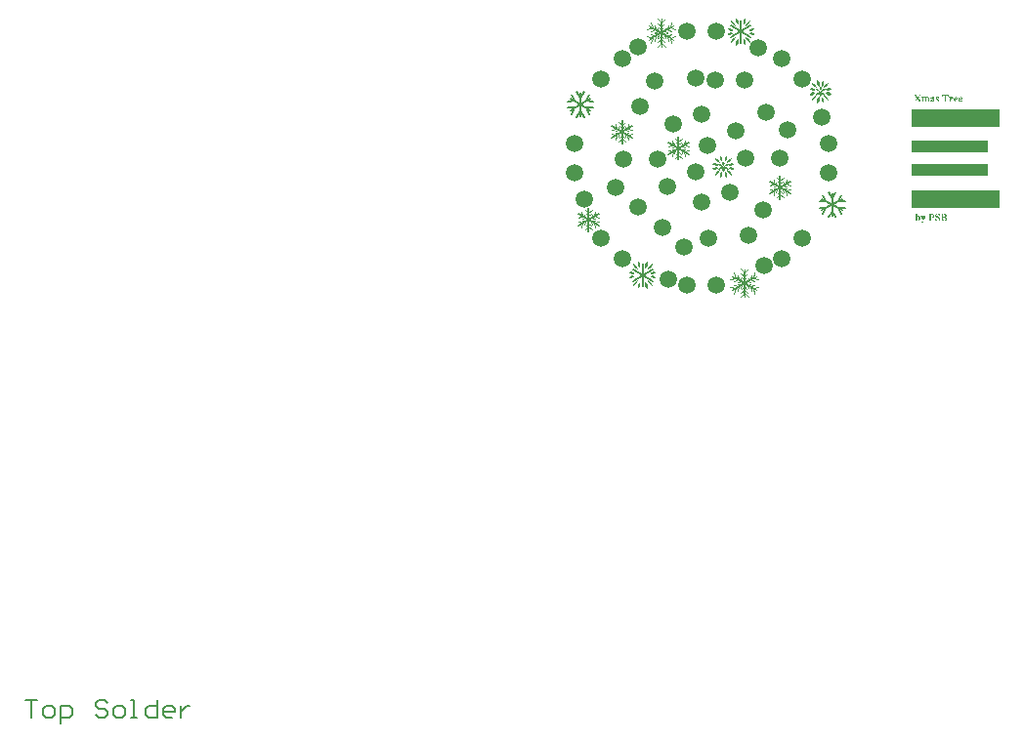
<source format=gts>
G04*
G04 #@! TF.GenerationSoftware,Altium Limited,Altium Designer,20.2.4 (192)*
G04*
G04 Layer_Color=8388736*
%FSLAX44Y44*%
%MOMM*%
G71*
G04*
G04 #@! TF.SameCoordinates,0F43FF0A-D758-409E-903F-A1448CC310CE*
G04*
G04*
G04 #@! TF.FilePolarity,Negative*
G04*
G01*
G75*
%ADD10C,0.2000*%
%ADD12C,0.1500*%
%ADD13C,0.2032*%
%ADD14C,0.1200*%
%ADD15R,6.6224X1.1360*%
%ADD16R,7.6384X1.6440*%
%ADD17C,1.5200*%
%ADD18C,0.1200*%
G36*
X22000Y-1000D02*
X20000Y-3000D01*
Y1000D01*
X22000Y3000D01*
Y-1000D01*
D02*
G37*
G36*
X18000Y1000D02*
Y-3000D01*
X16000Y-1000D01*
Y3000D01*
X18000Y1000D01*
D02*
G37*
G36*
X25428Y-2134D02*
X21964Y-4134D01*
X22696Y-1402D01*
X26160Y598D01*
X25428Y-2134D01*
D02*
G37*
G36*
X15304Y-1402D02*
X16036Y-4134D01*
X12572Y-2134D01*
X11840Y598D01*
X15304Y-1402D01*
D02*
G37*
G36*
X29160Y-4598D02*
X25696Y-6598D01*
X22964Y-5866D01*
X26428Y-3866D01*
X29160Y-4598D01*
D02*
G37*
G36*
X15036Y-5866D02*
X12304Y-6598D01*
X8840Y-4598D01*
X11572Y-3866D01*
X15036Y-5866D01*
D02*
G37*
G36*
X20000Y-4000D02*
X19000Y-7000D01*
X18000Y-4000D01*
X19000Y-2000D01*
X20000Y-4000D01*
D02*
G37*
G36*
X16902Y-4634D02*
X19000Y-7000D01*
X15902Y-6366D01*
X14670Y-4500D01*
X16902Y-4634D01*
D02*
G37*
G36*
X22098Y-6366D02*
X19000Y-7000D01*
X22098Y-7634D01*
X23330Y-9500D01*
X21098Y-9366D01*
X19000Y-7000D01*
X20000Y-10000D01*
X19000Y-12000D01*
X18000Y-10000D01*
X19000Y-7000D01*
X16902Y-9366D01*
X14670Y-9500D01*
X15902Y-7634D01*
X19000Y-7000D01*
X21098Y-4634D01*
X23330Y-4500D01*
X22098Y-6366D01*
D02*
G37*
G36*
X29160Y-9402D02*
X26428Y-10134D01*
X22964Y-8134D01*
X25696Y-7402D01*
X29160Y-9402D01*
D02*
G37*
G36*
X15036Y-8134D02*
X11572Y-10134D01*
X8840Y-9402D01*
X12304Y-7402D01*
X15036Y-8134D01*
D02*
G37*
G36*
X25428Y-11866D02*
X26160Y-14598D01*
X22696Y-12598D01*
X21964Y-9866D01*
X25428Y-11866D01*
D02*
G37*
G36*
X15304Y-12598D02*
X11840Y-14598D01*
X12572Y-11866D01*
X16036Y-9866D01*
X15304Y-12598D01*
D02*
G37*
G36*
X22000Y-13000D02*
Y-17000D01*
X20000Y-15000D01*
Y-11000D01*
X22000Y-13000D01*
D02*
G37*
G36*
X18000Y-15000D02*
X16000Y-17000D01*
Y-13000D01*
X18000Y-11000D01*
Y-15000D01*
D02*
G37*
G36*
X-47000Y-93000D02*
X-49000Y-95000D01*
Y-91000D01*
X-47000Y-89000D01*
Y-93000D01*
D02*
G37*
G36*
X-53000Y-91000D02*
Y-95000D01*
X-55000Y-93000D01*
Y-89000D01*
X-53000Y-91000D01*
D02*
G37*
G36*
X-43340Y-94268D02*
X-46804Y-96268D01*
X-46072Y-93536D01*
X-42608Y-91536D01*
X-43340Y-94268D01*
D02*
G37*
G36*
X-55928Y-93536D02*
X-55196Y-96268D01*
X-58660Y-94268D01*
X-59392Y-91536D01*
X-55928Y-93536D01*
D02*
G37*
G36*
X-38608Y-98464D02*
X-42072Y-100464D01*
X-44804Y-99732D01*
X-41340Y-97732D01*
X-38608Y-98464D01*
D02*
G37*
G36*
X-57196Y-99732D02*
X-59928Y-100464D01*
X-63392Y-98464D01*
X-60660Y-97732D01*
X-57196Y-99732D01*
D02*
G37*
G36*
X-38608Y-103536D02*
X-41340Y-104268D01*
X-44804Y-102268D01*
X-42072Y-101536D01*
X-38608Y-103536D01*
D02*
G37*
G36*
X-57196Y-102268D02*
X-60660Y-104268D01*
X-63392Y-103536D01*
X-59928Y-101536D01*
X-57196Y-102268D01*
D02*
G37*
G36*
X-43340Y-107732D02*
X-42608Y-110464D01*
X-46072Y-108464D01*
X-46804Y-105732D01*
X-43340Y-107732D01*
D02*
G37*
G36*
X-55928Y-108464D02*
X-59392Y-110464D01*
X-58660Y-107732D01*
X-55196Y-105732D01*
X-55928Y-108464D01*
D02*
G37*
G36*
X-47000Y-109000D02*
Y-113000D01*
X-49000Y-111000D01*
Y-107000D01*
X-47000Y-109000D01*
D02*
G37*
G36*
X-53000Y-111000D02*
X-55000Y-113000D01*
Y-109000D01*
X-53000Y-107000D01*
Y-111000D01*
D02*
G37*
G36*
X38000Y118000D02*
X36000Y116000D01*
Y120000D01*
X38000Y122000D01*
Y118000D01*
D02*
G37*
G36*
X32000Y120000D02*
Y116000D01*
X30000Y118000D01*
Y122000D01*
X32000Y120000D01*
D02*
G37*
G36*
X41660Y116732D02*
X38196Y114732D01*
X38928Y117464D01*
X42392Y119464D01*
X41660Y116732D01*
D02*
G37*
G36*
X29072Y117464D02*
X29804Y114732D01*
X26340Y116732D01*
X25608Y119464D01*
X29072Y117464D01*
D02*
G37*
G36*
X46392Y112536D02*
X42928Y110536D01*
X40196Y111268D01*
X43660Y113268D01*
X46392Y112536D01*
D02*
G37*
G36*
X27804Y111268D02*
X25072Y110536D01*
X21608Y112536D01*
X24340Y113268D01*
X27804Y111268D01*
D02*
G37*
G36*
X46392Y107464D02*
X43660Y106732D01*
X40196Y108732D01*
X42928Y109464D01*
X46392Y107464D01*
D02*
G37*
G36*
X27804Y108732D02*
X24340Y106732D01*
X21608Y107464D01*
X25072Y109464D01*
X27804Y108732D01*
D02*
G37*
G36*
X41660Y103268D02*
X42392Y100536D01*
X38928Y102536D01*
X38196Y105268D01*
X41660Y103268D01*
D02*
G37*
G36*
X29072Y102536D02*
X25608Y100536D01*
X26340Y103268D01*
X29804Y105268D01*
X29072Y102536D01*
D02*
G37*
G36*
X38000Y102000D02*
Y98000D01*
X36000Y100000D01*
Y104000D01*
X38000Y102000D01*
D02*
G37*
G36*
X32000Y100000D02*
X30000Y98000D01*
Y102000D01*
X32000Y104000D01*
Y100000D01*
D02*
G37*
G36*
X106000Y64000D02*
X104000Y62000D01*
Y66000D01*
X106000Y68000D01*
Y64000D01*
D02*
G37*
G36*
X102000Y66000D02*
Y62000D01*
X100000Y64000D01*
Y68000D01*
X102000Y66000D01*
D02*
G37*
G36*
X109428Y62866D02*
X105964Y60866D01*
X106696Y63598D01*
X110160Y65598D01*
X109428Y62866D01*
D02*
G37*
G36*
X99304Y63598D02*
X100036Y60866D01*
X96572Y62866D01*
X95840Y65598D01*
X99304Y63598D01*
D02*
G37*
G36*
X113160Y60402D02*
X109696Y58402D01*
X106964Y59134D01*
X110428Y61134D01*
X113160Y60402D01*
D02*
G37*
G36*
X99036Y59134D02*
X96304Y58402D01*
X92840Y60402D01*
X95572Y61134D01*
X99036Y59134D01*
D02*
G37*
G36*
X104000Y61000D02*
X103000Y58000D01*
X102000Y61000D01*
X103000Y63000D01*
X104000Y61000D01*
D02*
G37*
G36*
X100902Y60366D02*
X103000Y58000D01*
X99902Y58634D01*
X98670Y60500D01*
X100902Y60366D01*
D02*
G37*
G36*
X106098Y58634D02*
X103000Y58000D01*
X106098Y57366D01*
X107330Y55500D01*
X105098Y55634D01*
X103000Y58000D01*
X104000Y55000D01*
X103000Y53000D01*
X102000Y55000D01*
X103000Y58000D01*
X100902Y55634D01*
X98670Y55500D01*
X99902Y57366D01*
X103000Y58000D01*
X105098Y60366D01*
X107330Y60500D01*
X106098Y58634D01*
D02*
G37*
G36*
X113160Y55598D02*
X110428Y54866D01*
X106964Y56866D01*
X109696Y57598D01*
X113160Y55598D01*
D02*
G37*
G36*
X99036Y56866D02*
X95572Y54866D01*
X92840Y55598D01*
X96304Y57598D01*
X99036Y56866D01*
D02*
G37*
G36*
X109428Y53134D02*
X110160Y50402D01*
X106696Y52402D01*
X105964Y55134D01*
X109428Y53134D01*
D02*
G37*
G36*
X99304Y52402D02*
X95840Y50402D01*
X96572Y53134D01*
X100036Y55134D01*
X99304Y52402D01*
D02*
G37*
G36*
X106000Y52000D02*
Y48000D01*
X104000Y50000D01*
Y54000D01*
X106000Y52000D01*
D02*
G37*
G36*
X102000Y50000D02*
X100000Y48000D01*
Y52000D01*
X102000Y54000D01*
Y50000D01*
D02*
G37*
G36*
X213909Y53475D02*
X213752D01*
Y53484D01*
X213743Y53503D01*
X213734Y53530D01*
X213725Y53567D01*
X213697Y53660D01*
X213660Y53780D01*
X213604Y53909D01*
X213558Y54048D01*
X213493Y54168D01*
X213429Y54270D01*
X213419Y54279D01*
X213401Y54316D01*
X213364Y54353D01*
X213309Y54418D01*
X213244Y54473D01*
X213161Y54547D01*
X213068Y54612D01*
X212966Y54668D01*
X212957D01*
X212939Y54677D01*
X212892Y54695D01*
X212828Y54714D01*
X212754Y54723D01*
X212652Y54742D01*
X212532Y54751D01*
X211940D01*
Y50137D01*
Y50128D01*
Y50119D01*
Y50063D01*
Y49989D01*
X211949Y49888D01*
Y49795D01*
X211959Y49693D01*
X211968Y49610D01*
X211986Y49555D01*
Y49545D01*
X211996Y49536D01*
X212033Y49490D01*
X212088Y49425D01*
X212134Y49398D01*
X212181Y49361D01*
X212190D01*
X212208Y49351D01*
X212245Y49333D01*
X212282Y49324D01*
X212347Y49305D01*
X212412Y49287D01*
X212486Y49277D01*
X212782D01*
Y49120D01*
X209666D01*
Y49277D01*
X209906D01*
X209952Y49287D01*
X210008D01*
X210147Y49314D01*
X210211Y49342D01*
X210276Y49370D01*
X210285D01*
X210294Y49379D01*
X210341Y49416D01*
X210396Y49481D01*
X210452Y49573D01*
Y49583D01*
X210461Y49601D01*
X210470Y49629D01*
X210479Y49684D01*
X210489Y49758D01*
X210498Y49860D01*
X210507Y49980D01*
Y50137D01*
Y54751D01*
X209971D01*
X209869Y54742D01*
X209730Y54723D01*
X209592Y54686D01*
X209444Y54640D01*
X209305Y54575D01*
X209194Y54492D01*
X209176Y54473D01*
X209130Y54427D01*
X209065Y54344D01*
X208991Y54233D01*
X208908Y54085D01*
X208824Y53909D01*
X208760Y53706D01*
X208713Y53475D01*
X208547D01*
Y55093D01*
X213909D01*
Y53475D01*
D02*
G37*
G36*
X190204Y54936D02*
X190158D01*
X190111Y54926D01*
X190056D01*
X189917Y54899D01*
X189853Y54880D01*
X189788Y54862D01*
X189778D01*
X189760Y54852D01*
X189732Y54834D01*
X189686Y54816D01*
X189575Y54742D01*
X189510Y54695D01*
X189446Y54640D01*
X189436Y54631D01*
X189418Y54612D01*
X189390Y54575D01*
X189335Y54520D01*
X189261Y54436D01*
X189159Y54316D01*
X189104Y54251D01*
X189039Y54168D01*
X188965Y54085D01*
X188882Y53983D01*
X187754Y52624D01*
X189399Y50183D01*
X189409Y50174D01*
X189418Y50156D01*
X189436Y50128D01*
X189464Y50082D01*
X189538Y49980D01*
X189621Y49860D01*
X189723Y49730D01*
X189816Y49601D01*
X189908Y49499D01*
X189945Y49453D01*
X189982Y49425D01*
X189991Y49416D01*
X190010Y49407D01*
X190047Y49379D01*
X190102Y49361D01*
X190158Y49333D01*
X190231Y49305D01*
X190315Y49287D01*
X190398Y49277D01*
Y49120D01*
X187476D01*
Y49277D01*
X187532D01*
X187596Y49287D01*
X187661Y49296D01*
X187745Y49314D01*
X187818Y49333D01*
X187883Y49351D01*
X187929Y49379D01*
X187939D01*
X187948Y49398D01*
X187985Y49434D01*
X188013Y49499D01*
X188031Y49536D01*
Y49573D01*
Y49592D01*
Y49619D01*
X188013Y49666D01*
X187994Y49712D01*
Y49721D01*
X187985Y49740D01*
X187966Y49777D01*
X187939Y49823D01*
X187892Y49897D01*
X187846Y49980D01*
X187772Y50091D01*
X187689Y50211D01*
X186820Y51496D01*
X185905Y50387D01*
Y50378D01*
X185886Y50368D01*
X185868Y50341D01*
X185840Y50304D01*
X185775Y50220D01*
X185701Y50110D01*
X185627Y49998D01*
X185562Y49878D01*
X185516Y49777D01*
X185507Y49730D01*
X185498Y49693D01*
Y49684D01*
Y49675D01*
X185507Y49619D01*
X185544Y49545D01*
X185562Y49509D01*
X185599Y49462D01*
X185609D01*
X185618Y49444D01*
X185646Y49425D01*
X185683Y49398D01*
X185729Y49370D01*
X185775Y49342D01*
X185914Y49296D01*
X185932D01*
X185960Y49287D01*
X186043D01*
X186117Y49277D01*
X186293D01*
Y49120D01*
X184000D01*
Y49277D01*
X184018D01*
X184065Y49287D01*
X184139Y49305D01*
X184231Y49324D01*
X184324Y49351D01*
X184425Y49388D01*
X184527Y49434D01*
X184619Y49490D01*
X184638Y49499D01*
X184675Y49536D01*
X184740Y49592D01*
X184832Y49675D01*
X184952Y49786D01*
X185091Y49934D01*
X185174Y50017D01*
X185257Y50110D01*
X185350Y50220D01*
X185442Y50331D01*
X186626Y51774D01*
X185110Y54011D01*
Y54020D01*
X185091Y54039D01*
X185072Y54067D01*
X185054Y54104D01*
X184989Y54187D01*
X184915Y54298D01*
X184841Y54409D01*
X184767Y54510D01*
X184712Y54584D01*
X184693Y54612D01*
X184684Y54631D01*
X184675Y54640D01*
X184666Y54658D01*
X184610Y54714D01*
X184536Y54778D01*
X184444Y54834D01*
X184435D01*
X184425Y54843D01*
X184398Y54852D01*
X184361Y54871D01*
X184314Y54889D01*
X184268Y54908D01*
X184129Y54936D01*
Y55093D01*
X187088D01*
Y54936D01*
X186857D01*
X186801Y54926D01*
X186691Y54899D01*
X186635Y54880D01*
X186589Y54852D01*
X186570Y54834D01*
X186542Y54797D01*
X186506Y54732D01*
X186496Y54686D01*
X186487Y54640D01*
Y54621D01*
Y54584D01*
X186496Y54529D01*
X186515Y54473D01*
X186820Y54011D01*
X187569Y52902D01*
X188188Y53660D01*
X188197Y53669D01*
X188207Y53688D01*
X188235Y53715D01*
X188262Y53752D01*
X188336Y53863D01*
X188429Y53983D01*
X188521Y54122D01*
X188595Y54261D01*
X188650Y54390D01*
X188660Y54446D01*
X188669Y54492D01*
Y54501D01*
Y54510D01*
X188660Y54566D01*
X188641Y54640D01*
X188595Y54714D01*
Y54723D01*
X188586Y54732D01*
X188549Y54769D01*
X188484Y54825D01*
X188401Y54871D01*
X188392D01*
X188382Y54880D01*
X188345Y54889D01*
X188308Y54908D01*
X188253Y54917D01*
X188188Y54926D01*
X188105Y54936D01*
X188013D01*
Y55093D01*
X190204D01*
Y54936D01*
D02*
G37*
G36*
X196287Y53345D02*
X196380Y53327D01*
X196491Y53309D01*
X196602Y53271D01*
X196713Y53216D01*
X196814Y53151D01*
X196824Y53142D01*
X196861Y53114D01*
X196898Y53077D01*
X196953Y53013D01*
X197018Y52948D01*
X197073Y52855D01*
X197129Y52763D01*
X197166Y52652D01*
X197175Y52643D01*
X197184Y52597D01*
X197203Y52523D01*
X197221Y52421D01*
X197240Y52291D01*
X197249Y52125D01*
X197267Y51931D01*
Y51700D01*
Y50017D01*
Y50008D01*
Y49998D01*
Y49943D01*
X197277Y49860D01*
Y49758D01*
X197286Y49656D01*
X197304Y49564D01*
X197323Y49481D01*
X197351Y49416D01*
X197360D01*
X197369Y49398D01*
X197397Y49379D01*
X197434Y49361D01*
X197480Y49333D01*
X197545Y49314D01*
X197619Y49296D01*
X197711Y49277D01*
Y49120D01*
X195585D01*
Y49277D01*
X195594D01*
X195622Y49287D01*
X195668Y49296D01*
X195723Y49305D01*
X195788Y49333D01*
X195844Y49361D01*
X195908Y49407D01*
X195954Y49462D01*
Y49472D01*
X195964Y49490D01*
X195982Y49527D01*
X196001Y49573D01*
X196010Y49647D01*
X196028Y49749D01*
X196038Y49869D01*
Y50017D01*
Y51783D01*
Y51792D01*
Y51811D01*
Y51838D01*
Y51875D01*
Y51968D01*
X196028Y52079D01*
Y52190D01*
X196019Y52310D01*
X196010Y52402D01*
X196001Y52449D01*
X195991Y52476D01*
Y52486D01*
X195982Y52504D01*
X195964Y52569D01*
X195918Y52643D01*
X195853Y52708D01*
X195834Y52717D01*
X195788Y52744D01*
X195723Y52772D01*
X195631Y52782D01*
X195603D01*
X195566Y52772D01*
X195511Y52763D01*
X195455Y52744D01*
X195391Y52726D01*
X195326Y52689D01*
X195252Y52643D01*
X195243Y52634D01*
X195215Y52615D01*
X195178Y52587D01*
X195132Y52541D01*
X195067Y52476D01*
X195002Y52412D01*
X194928Y52328D01*
X194854Y52227D01*
Y50017D01*
Y50008D01*
Y49998D01*
Y49943D01*
Y49869D01*
X194864Y49777D01*
X194873Y49684D01*
X194882Y49592D01*
X194900Y49509D01*
X194928Y49453D01*
X194937Y49444D01*
X194947Y49425D01*
X194974Y49398D01*
X195012Y49370D01*
X195067Y49333D01*
X195132Y49305D01*
X195215Y49287D01*
X195317Y49277D01*
Y49120D01*
X193190D01*
Y49277D01*
X193255D01*
X193292Y49287D01*
X193375Y49305D01*
X193458Y49351D01*
X193468D01*
X193477Y49370D01*
X193514Y49407D01*
X193560Y49462D01*
X193588Y49536D01*
Y49545D01*
X193597Y49564D01*
Y49592D01*
X193606Y49638D01*
X193615Y49703D01*
Y49786D01*
X193625Y49888D01*
Y50017D01*
Y51783D01*
Y51792D01*
Y51811D01*
Y51838D01*
Y51875D01*
Y51968D01*
X193615Y52079D01*
Y52199D01*
X193606Y52310D01*
X193597Y52412D01*
X193588Y52449D01*
X193578Y52476D01*
Y52486D01*
X193569Y52504D01*
X193551Y52560D01*
X193505Y52624D01*
X193431Y52698D01*
X193412Y52708D01*
X193366Y52744D01*
X193292Y52772D01*
X193209Y52782D01*
X193144D01*
X193107Y52772D01*
X193005Y52744D01*
X192894Y52689D01*
X192885Y52680D01*
X192857Y52661D01*
X192811Y52624D01*
X192756Y52578D01*
X192691Y52513D01*
X192617Y52439D01*
X192534Y52338D01*
X192451Y52227D01*
Y50017D01*
Y50008D01*
Y49998D01*
Y49943D01*
X192460Y49869D01*
Y49777D01*
X192469Y49684D01*
X192487Y49583D01*
X192506Y49499D01*
X192534Y49434D01*
X192543Y49425D01*
X192552Y49416D01*
X192580Y49388D01*
X192617Y49361D01*
X192663Y49333D01*
X192728Y49314D01*
X192802Y49287D01*
X192894Y49277D01*
Y49120D01*
X190777D01*
Y49277D01*
X190786D01*
X190823Y49287D01*
X190870Y49296D01*
X190925Y49305D01*
X190980Y49324D01*
X191045Y49351D01*
X191101Y49398D01*
X191147Y49444D01*
Y49453D01*
X191156Y49462D01*
X191175Y49499D01*
X191184Y49555D01*
X191202Y49629D01*
X191212Y49721D01*
X191221Y49851D01*
Y50017D01*
Y52338D01*
Y52347D01*
Y52356D01*
Y52412D01*
Y52495D01*
X191212Y52587D01*
X191202Y52689D01*
X191184Y52782D01*
X191165Y52865D01*
X191138Y52920D01*
Y52929D01*
X191119Y52939D01*
X191101Y52957D01*
X191064Y52985D01*
X191017Y53013D01*
X190953Y53040D01*
X190870Y53059D01*
X190777Y53077D01*
Y53235D01*
X192451D01*
Y52689D01*
X192469Y52708D01*
X192506Y52754D01*
X192571Y52818D01*
X192654Y52892D01*
X192756Y52976D01*
X192857Y53068D01*
X192968Y53142D01*
X193079Y53207D01*
X193088Y53216D01*
X193125Y53235D01*
X193190Y53253D01*
X193264Y53281D01*
X193356Y53309D01*
X193468Y53336D01*
X193578Y53345D01*
X193708Y53355D01*
X193773D01*
X193847Y53345D01*
X193939Y53336D01*
X194050Y53309D01*
X194161Y53281D01*
X194272Y53235D01*
X194374Y53170D01*
X194383Y53161D01*
X194420Y53133D01*
X194466Y53096D01*
X194522Y53031D01*
X194595Y52948D01*
X194660Y52855D01*
X194725Y52735D01*
X194780Y52606D01*
Y52615D01*
X194799Y52624D01*
X194845Y52670D01*
X194910Y52744D01*
X195002Y52828D01*
X195104Y52920D01*
X195224Y53013D01*
X195344Y53105D01*
X195464Y53179D01*
X195483Y53188D01*
X195520Y53207D01*
X195585Y53235D01*
X195668Y53271D01*
X195770Y53299D01*
X195890Y53327D01*
X196010Y53345D01*
X196140Y53355D01*
X196213D01*
X196287Y53345D01*
D02*
G37*
G36*
X217645D02*
X217700Y53336D01*
X217765Y53318D01*
X217830Y53290D01*
X217894Y53253D01*
X217950Y53197D01*
X217959Y53188D01*
X217978Y53170D01*
X217996Y53133D01*
X218024Y53087D01*
X218051Y53031D01*
X218079Y52957D01*
X218088Y52874D01*
X218098Y52772D01*
Y52763D01*
Y52726D01*
X218088Y52670D01*
X218079Y52606D01*
X218061Y52532D01*
X218033Y52449D01*
X217996Y52375D01*
X217950Y52310D01*
X217941Y52301D01*
X217922Y52282D01*
X217894Y52264D01*
X217848Y52236D01*
X217746Y52181D01*
X217682Y52162D01*
X217608Y52153D01*
X217571D01*
X217525Y52162D01*
X217469Y52171D01*
X217404Y52190D01*
X217340Y52217D01*
X217266Y52255D01*
X217201Y52301D01*
X217192Y52310D01*
X217173Y52328D01*
X217118Y52375D01*
X217044Y52430D01*
X217016Y52458D01*
X216998Y52467D01*
X216988Y52476D01*
X216970Y52486D01*
X216942Y52495D01*
X216887D01*
X216822Y52486D01*
X216748Y52449D01*
X216702Y52430D01*
X216655Y52393D01*
X216646Y52384D01*
X216628Y52365D01*
X216591Y52328D01*
X216554Y52282D01*
X216517Y52227D01*
X216471Y52153D01*
X216424Y52070D01*
X216387Y51968D01*
X216378Y51949D01*
X216369Y51894D01*
X216341Y51811D01*
X216323Y51691D01*
X216295Y51552D01*
X216267Y51395D01*
X216258Y51210D01*
X216249Y51025D01*
Y50082D01*
Y49841D01*
Y49832D01*
Y49804D01*
Y49758D01*
Y49703D01*
X216258Y49592D01*
X216267Y49555D01*
X216276Y49518D01*
Y49509D01*
X216286Y49499D01*
X216313Y49453D01*
X216369Y49398D01*
X216434Y49342D01*
X216443D01*
X216452Y49333D01*
X216480Y49324D01*
X216517Y49314D01*
X216563Y49305D01*
X216628Y49296D01*
X216702Y49287D01*
X216785Y49277D01*
Y49120D01*
X214557D01*
Y49277D01*
X214566D01*
X214603Y49287D01*
X214649D01*
X214705Y49305D01*
X214825Y49342D01*
X214871Y49379D01*
X214917Y49416D01*
X214926Y49425D01*
X214936Y49444D01*
X214954Y49490D01*
X214973Y49545D01*
X214991Y49638D01*
X215000Y49758D01*
X215019Y49906D01*
Y49989D01*
Y50091D01*
Y52365D01*
Y52384D01*
Y52421D01*
Y52486D01*
Y52550D01*
X215010Y52624D01*
X215000Y52698D01*
X214991Y52763D01*
X214982Y52809D01*
Y52818D01*
X214973Y52828D01*
X214945Y52883D01*
X214908Y52939D01*
X214853Y52994D01*
X214834Y53003D01*
X214816Y53013D01*
X214788Y53022D01*
X214742Y53040D01*
X214695Y53050D01*
X214631Y53068D01*
X214557Y53077D01*
Y53235D01*
X216249D01*
Y52301D01*
X216258Y52310D01*
X216267Y52328D01*
X216286Y52365D01*
X216313Y52402D01*
X216397Y52513D01*
X216489Y52643D01*
X216600Y52791D01*
X216720Y52929D01*
X216840Y53050D01*
X216905Y53096D01*
X216961Y53142D01*
X216979Y53151D01*
X217016Y53179D01*
X217071Y53207D01*
X217155Y53253D01*
X217247Y53290D01*
X217349Y53318D01*
X217451Y53345D01*
X217561Y53355D01*
X217598D01*
X217645Y53345D01*
D02*
G37*
G36*
X204202D02*
X204285Y53336D01*
X204387Y53318D01*
X204498Y53281D01*
X204608Y53244D01*
X204729Y53188D01*
X204738D01*
X204747Y53179D01*
X204793Y53161D01*
X204858Y53133D01*
X204914Y53123D01*
X204960D01*
X205006Y53133D01*
X205043Y53151D01*
X205052Y53161D01*
X205080Y53188D01*
X205098Y53216D01*
X205126Y53253D01*
X205163Y53290D01*
X205200Y53345D01*
X205357D01*
X205422Y51940D01*
X205265D01*
Y51949D01*
X205256Y51968D01*
X205237Y51996D01*
X205219Y52042D01*
X205163Y52153D01*
X205098Y52282D01*
X205015Y52421D01*
X204914Y52560D01*
X204821Y52689D01*
X204710Y52791D01*
X204701Y52800D01*
X204664Y52828D01*
X204608Y52865D01*
X204534Y52911D01*
X204451Y52948D01*
X204350Y52985D01*
X204248Y53013D01*
X204146Y53022D01*
X204118D01*
X204081Y53013D01*
X204044Y53003D01*
X203943Y52966D01*
X203887Y52939D01*
X203841Y52892D01*
X203832Y52883D01*
X203823Y52874D01*
X203804Y52846D01*
X203786Y52809D01*
X203739Y52726D01*
X203730Y52670D01*
X203721Y52615D01*
Y52606D01*
Y52597D01*
X203730Y52541D01*
X203758Y52467D01*
X203804Y52393D01*
X203813Y52384D01*
X203832Y52356D01*
X203878Y52310D01*
X203952Y52245D01*
X204054Y52162D01*
X204118Y52106D01*
X204192Y52051D01*
X204276Y51996D01*
X204368Y51922D01*
X204470Y51857D01*
X204581Y51774D01*
X204590Y51764D01*
X204608Y51755D01*
X204645Y51727D01*
X204682Y51700D01*
X204793Y51617D01*
X204932Y51515D01*
X205071Y51404D01*
X205209Y51274D01*
X205339Y51154D01*
X205385Y51090D01*
X205431Y51034D01*
X205441Y51025D01*
X205459Y50979D01*
X205496Y50914D01*
X205533Y50831D01*
X205570Y50729D01*
X205607Y50618D01*
X205625Y50489D01*
X205635Y50350D01*
Y50331D01*
Y50294D01*
X205625Y50220D01*
X205616Y50137D01*
X205588Y50036D01*
X205561Y49925D01*
X205515Y49804D01*
X205459Y49675D01*
X205450Y49656D01*
X205431Y49619D01*
X205394Y49564D01*
X205339Y49490D01*
X205265Y49407D01*
X205191Y49324D01*
X205089Y49240D01*
X204978Y49166D01*
X204969Y49157D01*
X204923Y49139D01*
X204858Y49111D01*
X204784Y49083D01*
X204682Y49056D01*
X204562Y49028D01*
X204442Y49009D01*
X204303Y49000D01*
X204248D01*
X204183Y49009D01*
X204100Y49019D01*
X203980Y49046D01*
X203850Y49074D01*
X203702Y49120D01*
X203527Y49176D01*
X203517D01*
X203508Y49185D01*
X203453Y49203D01*
X203397Y49222D01*
X203342Y49231D01*
X203323D01*
X203296Y49222D01*
X203259Y49203D01*
X203222Y49176D01*
X203185Y49139D01*
X203148Y49083D01*
X203111Y49009D01*
X202953D01*
X202880Y50489D01*
X203037D01*
Y50479D01*
X203046Y50461D01*
X203055Y50433D01*
X203074Y50396D01*
X203120Y50285D01*
X203175Y50165D01*
X203249Y50017D01*
X203342Y49878D01*
X203444Y49740D01*
X203564Y49619D01*
X203582Y49610D01*
X203619Y49573D01*
X203684Y49527D01*
X203776Y49481D01*
X203869Y49425D01*
X203980Y49379D01*
X204100Y49342D01*
X204211Y49333D01*
X204248D01*
X204285Y49342D01*
X204331Y49351D01*
X204442Y49388D01*
X204498Y49416D01*
X204553Y49462D01*
X204562Y49472D01*
X204571Y49490D01*
X204599Y49509D01*
X204627Y49545D01*
X204673Y49647D01*
X204682Y49703D01*
X204692Y49767D01*
Y49777D01*
Y49804D01*
X204682Y49841D01*
X204673Y49897D01*
X204655Y49952D01*
X204636Y50017D01*
X204599Y50072D01*
X204553Y50137D01*
X204544Y50146D01*
X204525Y50165D01*
X204488Y50202D01*
X204433Y50257D01*
X204350Y50322D01*
X204257Y50396D01*
X204128Y50489D01*
X203971Y50599D01*
X203961Y50609D01*
X203943Y50618D01*
X203906Y50646D01*
X203860Y50673D01*
X203749Y50766D01*
X203610Y50868D01*
X203471Y50979D01*
X203323Y51099D01*
X203203Y51210D01*
X203157Y51265D01*
X203111Y51311D01*
X203101Y51330D01*
X203064Y51376D01*
X203018Y51450D01*
X202972Y51543D01*
X202917Y51663D01*
X202870Y51801D01*
X202833Y51949D01*
X202824Y52106D01*
Y52116D01*
Y52125D01*
Y52153D01*
X202833Y52190D01*
X202843Y52273D01*
X202861Y52393D01*
X202907Y52523D01*
X202963Y52670D01*
X203037Y52818D01*
X203148Y52966D01*
X203166Y52985D01*
X203212Y53031D01*
X203286Y53087D01*
X203388Y53161D01*
X203517Y53235D01*
X203675Y53290D01*
X203869Y53336D01*
X204081Y53355D01*
X204137D01*
X204202Y53345D01*
D02*
G37*
G36*
X200531D02*
X200661Y53327D01*
X200809Y53290D01*
X200966Y53253D01*
X201114Y53188D01*
X201252Y53105D01*
X201271Y53096D01*
X201308Y53059D01*
X201363Y53013D01*
X201437Y52948D01*
X201511Y52865D01*
X201585Y52772D01*
X201650Y52670D01*
X201696Y52560D01*
Y52550D01*
X201705Y52523D01*
X201715Y52467D01*
X201733Y52384D01*
X201742Y52273D01*
Y52208D01*
X201751Y52125D01*
Y52042D01*
X201761Y51940D01*
Y51838D01*
Y51718D01*
Y50119D01*
Y50110D01*
Y50072D01*
Y50026D01*
Y49971D01*
X201770Y49851D01*
Y49804D01*
X201779Y49767D01*
Y49758D01*
X201798Y49730D01*
X201816Y49693D01*
X201844Y49656D01*
X201853D01*
X201872Y49647D01*
X201909Y49638D01*
X201946Y49629D01*
X201964D01*
X202020Y49647D01*
X202047Y49666D01*
X202094Y49693D01*
X202131Y49730D01*
X202177Y49786D01*
X202316Y49684D01*
X202306Y49666D01*
X202278Y49629D01*
X202232Y49573D01*
X202177Y49499D01*
X202103Y49425D01*
X202029Y49342D01*
X201946Y49268D01*
X201853Y49203D01*
X201844Y49194D01*
X201816Y49185D01*
X201761Y49157D01*
X201696Y49139D01*
X201622Y49111D01*
X201530Y49083D01*
X201428Y49074D01*
X201317Y49065D01*
X201262D01*
X201197Y49074D01*
X201114Y49083D01*
X201030Y49102D01*
X200938Y49129D01*
X200846Y49166D01*
X200762Y49222D01*
X200753Y49231D01*
X200735Y49250D01*
X200697Y49296D01*
X200661Y49351D01*
X200624Y49416D01*
X200587Y49509D01*
X200550Y49610D01*
X200531Y49730D01*
X200522Y49721D01*
X200494Y49703D01*
X200457Y49666D01*
X200402Y49629D01*
X200337Y49573D01*
X200263Y49518D01*
X200170Y49462D01*
X200078Y49398D01*
X199865Y49277D01*
X199634Y49166D01*
X199523Y49129D01*
X199403Y49092D01*
X199283Y49074D01*
X199172Y49065D01*
X199116D01*
X199052Y49074D01*
X198969Y49092D01*
X198876Y49120D01*
X198775Y49157D01*
X198682Y49213D01*
X198589Y49287D01*
X198580Y49296D01*
X198553Y49333D01*
X198516Y49379D01*
X198479Y49444D01*
X198432Y49527D01*
X198395Y49629D01*
X198368Y49740D01*
X198358Y49869D01*
Y49878D01*
Y49888D01*
Y49915D01*
X198368Y49952D01*
X198377Y50036D01*
X198405Y50156D01*
X198460Y50285D01*
X198525Y50424D01*
X198626Y50572D01*
X198682Y50637D01*
X198756Y50710D01*
X198765Y50720D01*
X198775Y50729D01*
X198802Y50747D01*
X198839Y50784D01*
X198895Y50821D01*
X198959Y50868D01*
X199033Y50914D01*
X199135Y50979D01*
X199237Y51043D01*
X199366Y51126D01*
X199514Y51210D01*
X199681Y51293D01*
X199856Y51395D01*
X200060Y51496D01*
X200282Y51607D01*
X200531Y51718D01*
Y52134D01*
Y52144D01*
Y52153D01*
Y52208D01*
Y52291D01*
X200522Y52384D01*
Y52476D01*
X200513Y52578D01*
X200494Y52661D01*
X200476Y52717D01*
Y52726D01*
X200466Y52735D01*
X200439Y52791D01*
X200374Y52855D01*
X200337Y52892D01*
X200282Y52929D01*
X200272D01*
X200254Y52948D01*
X200226Y52957D01*
X200189Y52976D01*
X200087Y53003D01*
X199967Y53022D01*
X199921D01*
X199865Y53013D01*
X199801Y53003D01*
X199643Y52966D01*
X199570Y52939D01*
X199496Y52892D01*
X199486D01*
X199477Y52874D01*
X199440Y52837D01*
X199394Y52782D01*
X199385Y52744D01*
X199375Y52708D01*
Y52689D01*
X199394Y52643D01*
X199431Y52569D01*
X199459Y52523D01*
X199505Y52476D01*
X199514Y52467D01*
X199533Y52449D01*
X199560Y52412D01*
X199588Y52365D01*
X199643Y52245D01*
X199662Y52181D01*
X199671Y52116D01*
Y52106D01*
Y52079D01*
X199662Y52042D01*
X199653Y51986D01*
X199634Y51931D01*
X199597Y51866D01*
X199560Y51801D01*
X199505Y51746D01*
X199496Y51737D01*
X199477Y51727D01*
X199440Y51700D01*
X199394Y51672D01*
X199338Y51644D01*
X199265Y51626D01*
X199181Y51607D01*
X199089Y51598D01*
X199043D01*
X198987Y51607D01*
X198932Y51617D01*
X198858Y51635D01*
X198775Y51672D01*
X198701Y51709D01*
X198626Y51764D01*
X198617Y51774D01*
X198599Y51792D01*
X198571Y51829D01*
X198534Y51875D01*
X198497Y51931D01*
X198469Y51996D01*
X198451Y52070D01*
X198442Y52153D01*
Y52171D01*
Y52208D01*
X198451Y52264D01*
X198469Y52347D01*
X198506Y52439D01*
X198543Y52541D01*
X198608Y52643D01*
X198691Y52754D01*
X198701Y52763D01*
X198738Y52800D01*
X198793Y52855D01*
X198876Y52920D01*
X198969Y52985D01*
X199089Y53059D01*
X199228Y53133D01*
X199385Y53197D01*
X199394D01*
X199403Y53207D01*
X199431Y53216D01*
X199468Y53225D01*
X199551Y53244D01*
X199671Y53281D01*
X199810Y53309D01*
X199976Y53327D01*
X200143Y53345D01*
X200328Y53355D01*
X200420D01*
X200531Y53345D01*
D02*
G37*
G36*
X224551D02*
X224607Y53336D01*
X224671Y53327D01*
X224819Y53290D01*
X224986Y53225D01*
X225171Y53133D01*
X225263Y53077D01*
X225356Y53013D01*
X225439Y52929D01*
X225531Y52837D01*
X225541Y52828D01*
X225550Y52809D01*
X225578Y52782D01*
X225605Y52744D01*
X225642Y52689D01*
X225679Y52624D01*
X225725Y52550D01*
X225772Y52458D01*
X225809Y52356D01*
X225855Y52245D01*
X225901Y52125D01*
X225938Y51986D01*
X225975Y51838D01*
X226003Y51681D01*
X226021Y51515D01*
X226031Y51330D01*
X223775D01*
Y51321D01*
Y51293D01*
X223784Y51247D01*
Y51191D01*
X223793Y51126D01*
X223811Y51043D01*
X223839Y50858D01*
X223895Y50646D01*
X223978Y50433D01*
X224080Y50220D01*
X224209Y50026D01*
X224218Y50008D01*
X224265Y49971D01*
X224329Y49915D01*
X224412Y49851D01*
X224514Y49777D01*
X224644Y49721D01*
X224782Y49684D01*
X224939Y49666D01*
X224986D01*
X225032Y49675D01*
X225097Y49684D01*
X225171Y49703D01*
X225245Y49721D01*
X225328Y49758D01*
X225411Y49804D01*
X225420Y49814D01*
X225448Y49832D01*
X225494Y49869D01*
X225550Y49925D01*
X225624Y49998D01*
X225698Y50091D01*
X225781Y50202D01*
X225873Y50341D01*
X226031Y50248D01*
Y50239D01*
X226012Y50220D01*
X225993Y50183D01*
X225975Y50137D01*
X225938Y50082D01*
X225901Y50017D01*
X225809Y49869D01*
X225698Y49712D01*
X225568Y49555D01*
X225429Y49398D01*
X225356Y49333D01*
X225282Y49277D01*
X225263Y49268D01*
X225208Y49231D01*
X225124Y49194D01*
X225014Y49139D01*
X224875Y49092D01*
X224718Y49046D01*
X224542Y49009D01*
X224348Y49000D01*
X224311D01*
X224265Y49009D01*
X224200D01*
X224126Y49019D01*
X224033Y49037D01*
X223932Y49056D01*
X223830Y49092D01*
X223719Y49129D01*
X223608Y49176D01*
X223488Y49231D01*
X223377Y49296D01*
X223266Y49379D01*
X223155Y49472D01*
X223053Y49583D01*
X222961Y49703D01*
Y49712D01*
X222943Y49730D01*
X222924Y49758D01*
X222906Y49804D01*
X222878Y49860D01*
X222841Y49925D01*
X222813Y49998D01*
X222776Y50091D01*
X222739Y50183D01*
X222711Y50294D01*
X222647Y50535D01*
X222610Y50803D01*
X222591Y51108D01*
Y51117D01*
Y51154D01*
Y51210D01*
X222600Y51274D01*
X222610Y51367D01*
X222619Y51469D01*
X222637Y51579D01*
X222665Y51700D01*
X222730Y51959D01*
X222776Y52097D01*
X222822Y52236D01*
X222887Y52365D01*
X222961Y52495D01*
X223044Y52624D01*
X223146Y52744D01*
X223155Y52754D01*
X223174Y52772D01*
X223201Y52800D01*
X223248Y52837D01*
X223294Y52883D01*
X223358Y52939D01*
X223433Y52994D01*
X223516Y53050D01*
X223710Y53161D01*
X223932Y53262D01*
X224052Y53299D01*
X224181Y53327D01*
X224311Y53345D01*
X224450Y53355D01*
X224514D01*
X224551Y53345D01*
D02*
G37*
G36*
X220548D02*
X220603Y53336D01*
X220668Y53327D01*
X220816Y53290D01*
X220982Y53225D01*
X221167Y53133D01*
X221260Y53077D01*
X221352Y53013D01*
X221435Y52929D01*
X221528Y52837D01*
X221537Y52828D01*
X221546Y52809D01*
X221574Y52782D01*
X221602Y52744D01*
X221639Y52689D01*
X221676Y52624D01*
X221722Y52550D01*
X221768Y52458D01*
X221805Y52356D01*
X221852Y52245D01*
X221898Y52125D01*
X221935Y51986D01*
X221972Y51838D01*
X221999Y51681D01*
X222018Y51515D01*
X222027Y51330D01*
X219771D01*
Y51321D01*
Y51293D01*
X219781Y51247D01*
Y51191D01*
X219790Y51126D01*
X219808Y51043D01*
X219836Y50858D01*
X219891Y50646D01*
X219975Y50433D01*
X220076Y50220D01*
X220206Y50026D01*
X220215Y50008D01*
X220261Y49971D01*
X220326Y49915D01*
X220409Y49851D01*
X220511Y49777D01*
X220640Y49721D01*
X220779Y49684D01*
X220936Y49666D01*
X220982D01*
X221029Y49675D01*
X221093Y49684D01*
X221167Y49703D01*
X221241Y49721D01*
X221325Y49758D01*
X221408Y49804D01*
X221417Y49814D01*
X221445Y49832D01*
X221491Y49869D01*
X221546Y49925D01*
X221620Y49998D01*
X221694Y50091D01*
X221777Y50202D01*
X221870Y50341D01*
X222027Y50248D01*
Y50239D01*
X222009Y50220D01*
X221990Y50183D01*
X221972Y50137D01*
X221935Y50082D01*
X221898Y50017D01*
X221805Y49869D01*
X221694Y49712D01*
X221565Y49555D01*
X221426Y49398D01*
X221352Y49333D01*
X221278Y49277D01*
X221260Y49268D01*
X221204Y49231D01*
X221121Y49194D01*
X221010Y49139D01*
X220871Y49092D01*
X220714Y49046D01*
X220539Y49009D01*
X220344Y49000D01*
X220308D01*
X220261Y49009D01*
X220196D01*
X220123Y49019D01*
X220030Y49037D01*
X219928Y49056D01*
X219827Y49092D01*
X219716Y49129D01*
X219605Y49176D01*
X219485Y49231D01*
X219374Y49296D01*
X219263Y49379D01*
X219152Y49472D01*
X219050Y49583D01*
X218958Y49703D01*
Y49712D01*
X218939Y49730D01*
X218921Y49758D01*
X218902Y49804D01*
X218874Y49860D01*
X218837Y49925D01*
X218810Y49998D01*
X218773Y50091D01*
X218736Y50183D01*
X218708Y50294D01*
X218643Y50535D01*
X218606Y50803D01*
X218588Y51108D01*
Y51117D01*
Y51154D01*
Y51210D01*
X218597Y51274D01*
X218606Y51367D01*
X218615Y51469D01*
X218634Y51579D01*
X218662Y51700D01*
X218727Y51959D01*
X218773Y52097D01*
X218819Y52236D01*
X218884Y52365D01*
X218958Y52495D01*
X219041Y52624D01*
X219142Y52744D01*
X219152Y52754D01*
X219170Y52772D01*
X219198Y52800D01*
X219244Y52837D01*
X219290Y52883D01*
X219355Y52939D01*
X219429Y52994D01*
X219512Y53050D01*
X219706Y53161D01*
X219928Y53262D01*
X220049Y53299D01*
X220178Y53327D01*
X220308Y53345D01*
X220446Y53355D01*
X220511D01*
X220548Y53345D01*
D02*
G37*
G36*
X206385Y-49926D02*
X206200D01*
Y-49916D01*
X206191Y-49889D01*
X206182Y-49852D01*
X206172Y-49805D01*
X206154Y-49741D01*
X206136Y-49667D01*
X206071Y-49500D01*
X205987Y-49306D01*
X205877Y-49112D01*
X205738Y-48918D01*
X205562Y-48733D01*
X205553Y-48724D01*
X205544Y-48714D01*
X205516Y-48687D01*
X205479Y-48659D01*
X205433Y-48622D01*
X205377Y-48585D01*
X205239Y-48502D01*
X205082Y-48419D01*
X204897Y-48345D01*
X204693Y-48289D01*
X204591Y-48280D01*
X204480Y-48271D01*
X204407D01*
X204323Y-48280D01*
X204222Y-48298D01*
X204111Y-48326D01*
X203990Y-48372D01*
X203870Y-48428D01*
X203769Y-48511D01*
X203759Y-48520D01*
X203732Y-48557D01*
X203685Y-48604D01*
X203639Y-48668D01*
X203593Y-48751D01*
X203547Y-48844D01*
X203519Y-48955D01*
X203510Y-49066D01*
Y-49075D01*
Y-49103D01*
X203519Y-49140D01*
Y-49186D01*
X203547Y-49297D01*
X203602Y-49417D01*
X203611Y-49426D01*
X203630Y-49454D01*
X203658Y-49491D01*
X203695Y-49547D01*
X203750Y-49611D01*
X203824Y-49685D01*
X203907Y-49759D01*
X204009Y-49833D01*
X204018Y-49842D01*
X204055Y-49861D01*
X204120Y-49898D01*
X204212Y-49944D01*
X204268Y-49981D01*
X204342Y-50018D01*
X204416Y-50055D01*
X204508Y-50101D01*
X204601Y-50157D01*
X204712Y-50212D01*
X204841Y-50277D01*
X204970Y-50342D01*
X204980Y-50351D01*
X205017Y-50360D01*
X205072Y-50388D01*
X205137Y-50425D01*
X205229Y-50471D01*
X205322Y-50527D01*
X205433Y-50591D01*
X205544Y-50656D01*
X205784Y-50804D01*
X206015Y-50970D01*
X206126Y-51063D01*
X206228Y-51146D01*
X206320Y-51238D01*
X206394Y-51322D01*
Y-51331D01*
X206413Y-51340D01*
X206431Y-51368D01*
X206450Y-51405D01*
X206505Y-51497D01*
X206579Y-51618D01*
X206644Y-51775D01*
X206699Y-51950D01*
X206736Y-52154D01*
X206755Y-52366D01*
Y-52376D01*
Y-52403D01*
Y-52440D01*
X206746Y-52496D01*
X206736Y-52561D01*
X206727Y-52635D01*
X206681Y-52810D01*
X206607Y-53004D01*
X206561Y-53115D01*
X206505Y-53226D01*
X206441Y-53337D01*
X206357Y-53439D01*
X206265Y-53550D01*
X206163Y-53652D01*
X206154Y-53661D01*
X206136Y-53670D01*
X206108Y-53698D01*
X206061Y-53735D01*
X205997Y-53772D01*
X205932Y-53818D01*
X205849Y-53874D01*
X205756Y-53920D01*
X205655Y-53966D01*
X205544Y-54021D01*
X205424Y-54068D01*
X205294Y-54105D01*
X205155Y-54142D01*
X205007Y-54160D01*
X204850Y-54179D01*
X204684Y-54188D01*
X204582D01*
X204508Y-54179D01*
X204425Y-54169D01*
X204333Y-54160D01*
X204148Y-54123D01*
X204138D01*
X204101Y-54114D01*
X204046Y-54095D01*
X203972Y-54077D01*
X203889Y-54049D01*
X203778Y-54012D01*
X203658Y-53975D01*
X203519Y-53920D01*
X203510D01*
X203482Y-53901D01*
X203445Y-53892D01*
X203399Y-53874D01*
X203279Y-53846D01*
X203168Y-53827D01*
X203149D01*
X203094Y-53836D01*
X203020Y-53864D01*
X202927Y-53920D01*
X202918D01*
X202909Y-53938D01*
X202853Y-53984D01*
X202789Y-54068D01*
X202724Y-54188D01*
X202567D01*
Y-51932D01*
X202724D01*
Y-51941D01*
X202733Y-51969D01*
X202742Y-52024D01*
X202761Y-52089D01*
X202789Y-52172D01*
X202816Y-52256D01*
X202853Y-52357D01*
X202890Y-52468D01*
X202992Y-52709D01*
X203121Y-52949D01*
X203279Y-53180D01*
X203362Y-53282D01*
X203463Y-53383D01*
X203473Y-53393D01*
X203491Y-53402D01*
X203519Y-53430D01*
X203565Y-53457D01*
X203611Y-53494D01*
X203676Y-53541D01*
X203824Y-53633D01*
X204000Y-53726D01*
X204203Y-53809D01*
X204425Y-53864D01*
X204545Y-53874D01*
X204665Y-53883D01*
X204749D01*
X204832Y-53864D01*
X204952Y-53846D01*
X205072Y-53818D01*
X205202Y-53772D01*
X205331Y-53707D01*
X205451Y-53615D01*
X205460Y-53605D01*
X205497Y-53568D01*
X205544Y-53513D01*
X205599Y-53439D01*
X205655Y-53347D01*
X205701Y-53236D01*
X205738Y-53125D01*
X205747Y-52995D01*
Y-52986D01*
Y-52958D01*
X205738Y-52921D01*
X205729Y-52866D01*
X205701Y-52736D01*
X205664Y-52662D01*
X205627Y-52588D01*
X205618Y-52579D01*
X205609Y-52551D01*
X205581Y-52514D01*
X205544Y-52468D01*
X205497Y-52403D01*
X205433Y-52339D01*
X205368Y-52274D01*
X205285Y-52209D01*
X205276Y-52200D01*
X205239Y-52172D01*
X205183Y-52135D01*
X205100Y-52080D01*
X204989Y-52015D01*
X204841Y-51932D01*
X204675Y-51839D01*
X204471Y-51738D01*
X204462Y-51729D01*
X204434Y-51719D01*
X204397Y-51701D01*
X204342Y-51673D01*
X204268Y-51636D01*
X204194Y-51599D01*
X204018Y-51507D01*
X203824Y-51396D01*
X203630Y-51285D01*
X203445Y-51174D01*
X203371Y-51118D01*
X203297Y-51063D01*
X203279Y-51054D01*
X203242Y-51017D01*
X203177Y-50952D01*
X203094Y-50878D01*
X203010Y-50785D01*
X202918Y-50675D01*
X202835Y-50564D01*
X202752Y-50434D01*
X202742Y-50416D01*
X202724Y-50369D01*
X202696Y-50305D01*
X202659Y-50203D01*
X202622Y-50092D01*
X202594Y-49953D01*
X202576Y-49815D01*
X202567Y-49658D01*
Y-49648D01*
Y-49630D01*
Y-49593D01*
X202576Y-49537D01*
X202585Y-49473D01*
X202594Y-49408D01*
X202631Y-49241D01*
X202696Y-49047D01*
X202789Y-48844D01*
X202844Y-48742D01*
X202918Y-48640D01*
X202992Y-48539D01*
X203084Y-48446D01*
X203094Y-48437D01*
X203112Y-48428D01*
X203140Y-48400D01*
X203177Y-48363D01*
X203232Y-48326D01*
X203297Y-48289D01*
X203371Y-48243D01*
X203445Y-48187D01*
X203537Y-48141D01*
X203639Y-48095D01*
X203870Y-48021D01*
X204129Y-47956D01*
X204268Y-47947D01*
X204416Y-47938D01*
X204517D01*
X204591Y-47947D01*
X204684Y-47956D01*
X204776Y-47966D01*
X204980Y-48012D01*
X204989D01*
X205017Y-48021D01*
X205063Y-48039D01*
X205118Y-48058D01*
X205192Y-48086D01*
X205276Y-48113D01*
X205377Y-48160D01*
X205479Y-48206D01*
X205488Y-48215D01*
X205525Y-48224D01*
X205581Y-48252D01*
X205645Y-48271D01*
X205784Y-48326D01*
X205849Y-48335D01*
X205904Y-48345D01*
X205923D01*
X205969Y-48335D01*
X206024Y-48317D01*
X206080Y-48280D01*
X206089Y-48261D01*
X206108Y-48243D01*
X206117Y-48206D01*
X206145Y-48160D01*
X206163Y-48104D01*
X206182Y-48030D01*
X206209Y-47938D01*
X206339D01*
X206385Y-49926D01*
D02*
G37*
G36*
X194246Y-50092D02*
X194236D01*
X194209Y-50101D01*
X194172Y-50111D01*
X194125Y-50120D01*
X194024Y-50175D01*
X193968Y-50212D01*
X193913Y-50258D01*
X193904Y-50268D01*
X193885Y-50286D01*
X193857Y-50342D01*
X193811Y-50425D01*
X193783Y-50471D01*
X193756Y-50536D01*
X193719Y-50610D01*
X193682Y-50702D01*
X193635Y-50795D01*
X193589Y-50906D01*
X193543Y-51035D01*
X193487Y-51174D01*
X192313Y-54216D01*
X192304Y-54225D01*
X192295Y-54262D01*
X192267Y-54327D01*
X192239Y-54401D01*
X192202Y-54493D01*
X192165Y-54595D01*
X192064Y-54817D01*
X191953Y-55066D01*
X191842Y-55288D01*
X191796Y-55399D01*
X191740Y-55482D01*
X191694Y-55565D01*
X191648Y-55621D01*
X191638Y-55639D01*
X191592Y-55676D01*
X191527Y-55741D01*
X191444Y-55806D01*
X191333Y-55880D01*
X191204Y-55944D01*
X191056Y-55981D01*
X190889Y-56000D01*
X190834D01*
X190760Y-55991D01*
X190677Y-55972D01*
X190584Y-55944D01*
X190492Y-55908D01*
X190390Y-55861D01*
X190298Y-55787D01*
X190289Y-55778D01*
X190261Y-55750D01*
X190224Y-55704D01*
X190187Y-55639D01*
X190150Y-55565D01*
X190113Y-55482D01*
X190085Y-55390D01*
X190076Y-55279D01*
Y-55270D01*
Y-55233D01*
X190085Y-55186D01*
X190094Y-55131D01*
X190113Y-55066D01*
X190141Y-55002D01*
X190177Y-54928D01*
X190224Y-54863D01*
X190233Y-54854D01*
X190252Y-54835D01*
X190289Y-54807D01*
X190335Y-54780D01*
X190390Y-54752D01*
X190455Y-54724D01*
X190529Y-54706D01*
X190612Y-54696D01*
X190649D01*
X190686Y-54706D01*
X190742Y-54715D01*
X190797Y-54733D01*
X190853Y-54752D01*
X190908Y-54789D01*
X190963Y-54835D01*
X190973Y-54844D01*
X190982Y-54863D01*
X191010Y-54890D01*
X191037Y-54937D01*
X191065Y-55002D01*
X191084Y-55075D01*
X191102Y-55168D01*
X191111Y-55270D01*
Y-55279D01*
Y-55297D01*
X191121Y-55362D01*
X191130Y-55427D01*
X191139Y-55464D01*
X191148Y-55482D01*
X191158Y-55491D01*
X191176Y-55510D01*
X191204Y-55528D01*
X191250Y-55538D01*
X191269D01*
X191315Y-55519D01*
X191389Y-55482D01*
X191426Y-55455D01*
X191472Y-55408D01*
X191481Y-55399D01*
X191500Y-55371D01*
X191537Y-55316D01*
X191583Y-55233D01*
X191638Y-55112D01*
X191675Y-55048D01*
X191712Y-54964D01*
X191749Y-54881D01*
X191786Y-54780D01*
X191823Y-54678D01*
X191870Y-54558D01*
X192008Y-54206D01*
X190686Y-51174D01*
Y-51164D01*
X190677Y-51146D01*
X190658Y-51109D01*
X190640Y-51063D01*
X190584Y-50943D01*
X190520Y-50804D01*
X190446Y-50665D01*
X190372Y-50527D01*
X190298Y-50406D01*
X190270Y-50360D01*
X190242Y-50323D01*
X190233Y-50314D01*
X190215Y-50296D01*
X190187Y-50268D01*
X190150Y-50231D01*
X190094Y-50194D01*
X190039Y-50157D01*
X189974Y-50120D01*
X189900Y-50092D01*
Y-49935D01*
X192091D01*
Y-50092D01*
X192054D01*
X192017Y-50101D01*
X191971Y-50111D01*
X191870Y-50138D01*
X191823Y-50157D01*
X191786Y-50184D01*
X191777Y-50194D01*
X191749Y-50231D01*
X191712Y-50286D01*
X191703Y-50360D01*
Y-50369D01*
Y-50397D01*
X191712Y-50443D01*
X191731Y-50508D01*
X191758Y-50591D01*
X191796Y-50711D01*
X191842Y-50850D01*
X191916Y-51026D01*
X192618Y-52625D01*
X193099Y-51396D01*
Y-51386D01*
X193108Y-51368D01*
X193127Y-51331D01*
X193136Y-51285D01*
X193164Y-51229D01*
X193182Y-51164D01*
X193229Y-51026D01*
X193275Y-50869D01*
X193321Y-50721D01*
X193349Y-50573D01*
X193358Y-50517D01*
Y-50462D01*
Y-50453D01*
Y-50434D01*
X193349Y-50406D01*
Y-50369D01*
X193312Y-50286D01*
X193284Y-50240D01*
X193247Y-50203D01*
X193238Y-50194D01*
X193229Y-50184D01*
X193201Y-50166D01*
X193155Y-50148D01*
X193108Y-50129D01*
X193044Y-50111D01*
X192960Y-50101D01*
X192868Y-50092D01*
Y-49935D01*
X194246D01*
Y-50092D01*
D02*
G37*
G36*
X210407Y-48086D02*
X210509D01*
X210610Y-48095D01*
X210721D01*
X210962Y-48123D01*
X211202Y-48151D01*
X211313Y-48178D01*
X211424Y-48197D01*
X211526Y-48224D01*
X211609Y-48261D01*
X211618D01*
X211627Y-48271D01*
X211683Y-48298D01*
X211757Y-48335D01*
X211849Y-48400D01*
X211960Y-48474D01*
X212071Y-48576D01*
X212182Y-48687D01*
X212284Y-48816D01*
X212293Y-48835D01*
X212321Y-48881D01*
X212367Y-48955D01*
X212413Y-49047D01*
X212450Y-49158D01*
X212496Y-49288D01*
X212524Y-49436D01*
X212533Y-49584D01*
Y-49593D01*
Y-49602D01*
X212524Y-49658D01*
X212515Y-49741D01*
X212496Y-49842D01*
X212450Y-49963D01*
X212395Y-50092D01*
X212321Y-50231D01*
X212210Y-50360D01*
X212191Y-50379D01*
X212145Y-50416D01*
X212071Y-50471D01*
X212016Y-50508D01*
X211951Y-50554D01*
X211886Y-50591D01*
X211803Y-50637D01*
X211710Y-50675D01*
X211609Y-50721D01*
X211498Y-50767D01*
X211378Y-50804D01*
X211248Y-50850D01*
X211100Y-50887D01*
X211110D01*
X211137Y-50896D01*
X211184Y-50906D01*
X211239Y-50924D01*
X211313Y-50943D01*
X211387Y-50970D01*
X211572Y-51026D01*
X211775Y-51091D01*
X211979Y-51174D01*
X212154Y-51266D01*
X212237Y-51312D01*
X212311Y-51368D01*
X212321D01*
X212330Y-51386D01*
X212386Y-51442D01*
X212469Y-51525D01*
X212561Y-51645D01*
X212654Y-51793D01*
X212737Y-51969D01*
X212792Y-52172D01*
X212801Y-52283D01*
X212811Y-52403D01*
Y-52413D01*
Y-52431D01*
Y-52468D01*
X212801Y-52514D01*
X212792Y-52570D01*
X212783Y-52644D01*
X212746Y-52792D01*
X212681Y-52977D01*
X212635Y-53069D01*
X212580Y-53162D01*
X212515Y-53254D01*
X212450Y-53347D01*
X212358Y-53439D01*
X212265Y-53522D01*
X212256Y-53531D01*
X212237Y-53541D01*
X212191Y-53568D01*
X212145Y-53605D01*
X212071Y-53642D01*
X211988Y-53689D01*
X211886Y-53735D01*
X211775Y-53781D01*
X211646Y-53836D01*
X211498Y-53883D01*
X211341Y-53929D01*
X211165Y-53966D01*
X210980Y-54003D01*
X210777Y-54031D01*
X210564Y-54040D01*
X210333Y-54049D01*
X207291D01*
Y-53892D01*
X207430D01*
X207522Y-53883D01*
X207707Y-53864D01*
X207790Y-53846D01*
X207855Y-53818D01*
X207864D01*
X207883Y-53809D01*
X207938Y-53763D01*
X208003Y-53707D01*
X208058Y-53624D01*
Y-53615D01*
X208068Y-53596D01*
X208077Y-53559D01*
X208095Y-53494D01*
X208105Y-53411D01*
X208114Y-53309D01*
X208123Y-53171D01*
Y-53004D01*
Y-49121D01*
Y-49112D01*
Y-49103D01*
Y-49047D01*
Y-48964D01*
X208114Y-48862D01*
X208105Y-48761D01*
X208095Y-48668D01*
X208077Y-48576D01*
X208058Y-48520D01*
Y-48511D01*
X208049Y-48502D01*
X208012Y-48446D01*
X207948Y-48382D01*
X207855Y-48317D01*
X207846D01*
X207827Y-48308D01*
X207790Y-48289D01*
X207726Y-48271D01*
X207652Y-48261D01*
X207559Y-48243D01*
X207439Y-48234D01*
X207291D01*
Y-48077D01*
X210324D01*
X210407Y-48086D01*
D02*
G37*
G36*
X199627D02*
X199728D01*
X199848Y-48104D01*
X199987Y-48113D01*
X200126Y-48132D01*
X200431Y-48187D01*
X200736Y-48271D01*
X200884Y-48326D01*
X201023Y-48382D01*
X201152Y-48456D01*
X201263Y-48539D01*
X201272Y-48548D01*
X201291Y-48557D01*
X201318Y-48585D01*
X201355Y-48622D01*
X201392Y-48668D01*
X201439Y-48714D01*
X201550Y-48853D01*
X201651Y-49020D01*
X201744Y-49214D01*
X201772Y-49325D01*
X201799Y-49436D01*
X201818Y-49556D01*
X201827Y-49685D01*
Y-49694D01*
Y-49713D01*
Y-49741D01*
X201818Y-49778D01*
X201808Y-49889D01*
X201781Y-50027D01*
X201735Y-50175D01*
X201670Y-50342D01*
X201577Y-50508D01*
X201457Y-50675D01*
X201439Y-50693D01*
X201392Y-50739D01*
X201309Y-50813D01*
X201198Y-50896D01*
X201060Y-50998D01*
X200884Y-51091D01*
X200690Y-51174D01*
X200468Y-51238D01*
X200449D01*
X200422Y-51248D01*
X200385Y-51257D01*
X200338Y-51266D01*
X200283D01*
X200209Y-51276D01*
X200126Y-51285D01*
X200033Y-51294D01*
X199932Y-51303D01*
X199811Y-51312D01*
X199682Y-51322D01*
X199534Y-51331D01*
X199377D01*
X199210Y-51340D01*
X199026D01*
Y-53004D01*
Y-53014D01*
Y-53023D01*
Y-53078D01*
Y-53162D01*
X199035Y-53263D01*
Y-53374D01*
X199053Y-53476D01*
X199063Y-53559D01*
X199081Y-53624D01*
Y-53633D01*
X199090Y-53642D01*
X199137Y-53689D01*
X199201Y-53753D01*
X199294Y-53818D01*
X199303D01*
X199321Y-53827D01*
X199368Y-53836D01*
X199423Y-53855D01*
X199497Y-53864D01*
X199599Y-53883D01*
X199719Y-53892D01*
X199858D01*
Y-54049D01*
X196816D01*
Y-53892D01*
X196955D01*
X197047Y-53883D01*
X197232Y-53864D01*
X197315Y-53846D01*
X197380Y-53818D01*
X197389D01*
X197408Y-53809D01*
X197463Y-53763D01*
X197528Y-53707D01*
X197583Y-53624D01*
Y-53615D01*
X197593Y-53596D01*
X197602Y-53559D01*
X197620Y-53494D01*
X197630Y-53411D01*
X197639Y-53309D01*
X197648Y-53171D01*
Y-53004D01*
Y-49121D01*
Y-49112D01*
Y-49103D01*
Y-49047D01*
Y-48964D01*
X197639Y-48862D01*
X197630Y-48761D01*
X197620Y-48668D01*
X197602Y-48576D01*
X197583Y-48520D01*
Y-48511D01*
X197574Y-48502D01*
X197537Y-48446D01*
X197472Y-48382D01*
X197426Y-48345D01*
X197371Y-48317D01*
X197361D01*
X197343Y-48308D01*
X197306Y-48289D01*
X197250Y-48271D01*
X197167Y-48261D01*
X197075Y-48243D01*
X196955Y-48234D01*
X196816D01*
Y-48077D01*
X199534D01*
X199627Y-48086D01*
D02*
G37*
G36*
X186710Y-50360D02*
X186720Y-50351D01*
X186738Y-50332D01*
X186766Y-50314D01*
X186803Y-50277D01*
X186849Y-50231D01*
X186905Y-50184D01*
X187043Y-50083D01*
X187210Y-49990D01*
X187404Y-49898D01*
X187506Y-49861D01*
X187617Y-49842D01*
X187728Y-49824D01*
X187838Y-49815D01*
X187912D01*
X187996Y-49824D01*
X188097Y-49842D01*
X188218Y-49879D01*
X188356Y-49916D01*
X188495Y-49981D01*
X188633Y-50064D01*
X188652Y-50074D01*
X188698Y-50111D01*
X188763Y-50166D01*
X188846Y-50249D01*
X188948Y-50351D01*
X189040Y-50471D01*
X189142Y-50610D01*
X189225Y-50776D01*
Y-50785D01*
X189235Y-50795D01*
X189244Y-50823D01*
X189262Y-50859D01*
X189290Y-50952D01*
X189336Y-51081D01*
X189373Y-51229D01*
X189401Y-51414D01*
X189429Y-51608D01*
X189438Y-51830D01*
Y-51839D01*
Y-51858D01*
Y-51895D01*
Y-51941D01*
X189429Y-51997D01*
X189419Y-52071D01*
X189401Y-52228D01*
X189373Y-52422D01*
X189318Y-52625D01*
X189253Y-52838D01*
X189160Y-53051D01*
Y-53060D01*
X189151Y-53078D01*
X189133Y-53106D01*
X189114Y-53143D01*
X189050Y-53236D01*
X188966Y-53356D01*
X188865Y-53494D01*
X188745Y-53633D01*
X188596Y-53763D01*
X188439Y-53883D01*
X188430D01*
X188421Y-53892D01*
X188393Y-53910D01*
X188365Y-53929D01*
X188273Y-53975D01*
X188144Y-54021D01*
X187996Y-54077D01*
X187820Y-54123D01*
X187635Y-54160D01*
X187422Y-54169D01*
X187367D01*
X187302Y-54160D01*
X187228D01*
X187136Y-54142D01*
X187034Y-54123D01*
X186932Y-54105D01*
X186831Y-54068D01*
X186821Y-54058D01*
X186784Y-54049D01*
X186738Y-54021D01*
X186674Y-53984D01*
X186590Y-53938D01*
X186507Y-53883D01*
X186415Y-53809D01*
X186322Y-53726D01*
X185638Y-54169D01*
X185490D01*
Y-48927D01*
Y-48909D01*
Y-48872D01*
Y-48807D01*
Y-48742D01*
X185481Y-48668D01*
X185471Y-48594D01*
X185462Y-48539D01*
X185453Y-48493D01*
Y-48483D01*
X185444Y-48474D01*
X185416Y-48419D01*
X185379Y-48363D01*
X185314Y-48308D01*
X185296Y-48298D01*
X185277Y-48289D01*
X185240Y-48271D01*
X185194Y-48261D01*
X185139Y-48252D01*
X185074Y-48243D01*
X185000Y-48234D01*
Y-48077D01*
X186710D01*
Y-50360D01*
D02*
G37*
%LPC*%
G36*
X200531Y51422D02*
X200522D01*
X200503Y51404D01*
X200476Y51395D01*
X200439Y51367D01*
X200346Y51302D01*
X200226Y51219D01*
X200097Y51126D01*
X199958Y51006D01*
X199838Y50886D01*
X199727Y50757D01*
X199718Y50747D01*
X199699Y50720D01*
X199671Y50664D01*
X199643Y50609D01*
X199616Y50535D01*
X199588Y50452D01*
X199570Y50368D01*
X199560Y50276D01*
Y50267D01*
Y50239D01*
X199570Y50202D01*
X199579Y50156D01*
X199597Y50100D01*
X199616Y50036D01*
X199653Y49980D01*
X199699Y49915D01*
X199708D01*
X199718Y49897D01*
X199745Y49878D01*
X199782Y49860D01*
X199828Y49841D01*
X199875Y49823D01*
X199939Y49814D01*
X200013Y49804D01*
X200050D01*
X200097Y49814D01*
X200161Y49832D01*
X200235Y49869D01*
X200328Y49906D01*
X200420Y49971D01*
X200531Y50054D01*
Y51422D01*
D02*
G37*
G36*
X224385Y53068D02*
X224348D01*
X224302Y53059D01*
X224255Y53040D01*
X224191Y53013D01*
X224126Y52966D01*
X224061Y52911D01*
X224006Y52837D01*
X223997Y52818D01*
X223969Y52763D01*
X223923Y52680D01*
X223885Y52560D01*
X223839Y52402D01*
X223793Y52217D01*
X223765Y52005D01*
X223756Y51764D01*
Y51617D01*
X224949D01*
Y51626D01*
Y51644D01*
Y51681D01*
Y51727D01*
Y51792D01*
Y51857D01*
X224939Y52005D01*
X224930Y52162D01*
X224912Y52319D01*
X224893Y52467D01*
X224884Y52523D01*
X224865Y52578D01*
Y52587D01*
X224856Y52624D01*
X224838Y52670D01*
X224810Y52726D01*
X224736Y52865D01*
X224681Y52929D01*
X224625Y52985D01*
X224607Y52994D01*
X224560Y53031D01*
X224487Y53059D01*
X224385Y53068D01*
D02*
G37*
G36*
X220381D02*
X220344D01*
X220298Y53059D01*
X220252Y53040D01*
X220187Y53013D01*
X220123Y52966D01*
X220058Y52911D01*
X220002Y52837D01*
X219993Y52818D01*
X219965Y52763D01*
X219919Y52680D01*
X219882Y52560D01*
X219836Y52402D01*
X219790Y52217D01*
X219762Y52005D01*
X219753Y51764D01*
Y51617D01*
X220945D01*
Y51626D01*
Y51644D01*
Y51681D01*
Y51727D01*
Y51792D01*
Y51857D01*
X220936Y52005D01*
X220927Y52162D01*
X220908Y52319D01*
X220890Y52467D01*
X220881Y52523D01*
X220862Y52578D01*
Y52587D01*
X220853Y52624D01*
X220835Y52670D01*
X220807Y52726D01*
X220733Y52865D01*
X220677Y52929D01*
X220622Y52985D01*
X220603Y52994D01*
X220557Y53031D01*
X220483Y53059D01*
X220381Y53068D01*
D02*
G37*
G36*
X209501Y-48409D02*
Y-50767D01*
X209603D01*
X209713Y-50758D01*
X209852Y-50749D01*
X210000Y-50730D01*
X210157Y-50711D01*
X210305Y-50675D01*
X210425Y-50628D01*
X210435Y-50619D01*
X210472Y-50601D01*
X210527Y-50573D01*
X210601Y-50527D01*
X210675Y-50471D01*
X210749Y-50406D01*
X210823Y-50332D01*
X210888Y-50240D01*
X210897Y-50231D01*
X210915Y-50194D01*
X210943Y-50138D01*
X210971Y-50064D01*
X210999Y-49963D01*
X211026Y-49852D01*
X211045Y-49722D01*
X211054Y-49584D01*
Y-49574D01*
Y-49565D01*
Y-49519D01*
X211045Y-49445D01*
X211036Y-49352D01*
X211017Y-49251D01*
X210980Y-49140D01*
X210943Y-49038D01*
X210888Y-48936D01*
X210878Y-48927D01*
X210860Y-48890D01*
X210823Y-48844D01*
X210777Y-48788D01*
X210712Y-48724D01*
X210629Y-48659D01*
X210536Y-48604D01*
X210435Y-48548D01*
X210425Y-48539D01*
X210379Y-48530D01*
X210315Y-48502D01*
X210213Y-48474D01*
X210083Y-48456D01*
X209917Y-48428D01*
X209723Y-48419D01*
X209501Y-48409D01*
D02*
G37*
G36*
Y-51109D02*
Y-53023D01*
Y-53245D01*
Y-53254D01*
Y-53282D01*
X209510Y-53328D01*
X209519Y-53374D01*
X209556Y-53494D01*
X209584Y-53550D01*
X209621Y-53596D01*
X209630Y-53605D01*
X209639Y-53615D01*
X209667Y-53633D01*
X209713Y-53652D01*
X209760Y-53679D01*
X209824Y-53698D01*
X209889Y-53707D01*
X209972Y-53716D01*
X210028D01*
X210102Y-53707D01*
X210185Y-53698D01*
X210287Y-53679D01*
X210388Y-53652D01*
X210499Y-53615D01*
X210610Y-53568D01*
X210620Y-53559D01*
X210657Y-53541D01*
X210712Y-53504D01*
X210777Y-53448D01*
X210851Y-53393D01*
X210925Y-53309D01*
X210999Y-53217D01*
X211063Y-53115D01*
X211073Y-53106D01*
X211091Y-53060D01*
X211110Y-53004D01*
X211147Y-52921D01*
X211174Y-52819D01*
X211193Y-52709D01*
X211211Y-52588D01*
X211220Y-52450D01*
Y-52440D01*
Y-52431D01*
Y-52376D01*
X211211Y-52302D01*
X211202Y-52200D01*
X211174Y-52080D01*
X211147Y-51960D01*
X211100Y-51830D01*
X211036Y-51701D01*
X211026Y-51682D01*
X210999Y-51645D01*
X210962Y-51590D01*
X210906Y-51516D01*
X210832Y-51442D01*
X210740Y-51368D01*
X210638Y-51294D01*
X210518Y-51238D01*
X210499Y-51229D01*
X210453Y-51220D01*
X210379Y-51202D01*
X210268Y-51174D01*
X210120Y-51146D01*
X209945Y-51128D01*
X209741Y-51118D01*
X209501Y-51109D01*
D02*
G37*
G36*
X199201Y-48419D02*
X199026D01*
Y-50998D01*
X199109D01*
X199174Y-51007D01*
X199303D01*
X199340Y-50998D01*
X199432Y-50989D01*
X199553Y-50970D01*
X199682Y-50933D01*
X199821Y-50878D01*
X199950Y-50795D01*
X200070Y-50693D01*
X200080Y-50675D01*
X200117Y-50628D01*
X200163Y-50554D01*
X200218Y-50443D01*
X200274Y-50305D01*
X200320Y-50138D01*
X200357Y-49935D01*
X200366Y-49704D01*
Y-49694D01*
Y-49676D01*
Y-49639D01*
Y-49593D01*
X200357Y-49537D01*
X200348Y-49473D01*
X200329Y-49334D01*
X200292Y-49177D01*
X200246Y-49010D01*
X200172Y-48862D01*
X200070Y-48733D01*
X200061Y-48724D01*
X200015Y-48687D01*
X199950Y-48631D01*
X199858Y-48576D01*
X199728Y-48520D01*
X199580Y-48465D01*
X199405Y-48428D01*
X199201Y-48419D01*
D02*
G37*
G36*
X187432Y-50314D02*
X187413D01*
X187367Y-50323D01*
X187293Y-50332D01*
X187201Y-50369D01*
X187090Y-50416D01*
X186969Y-50499D01*
X186840Y-50601D01*
X186775Y-50675D01*
X186710Y-50749D01*
Y-52579D01*
Y-52588D01*
Y-52607D01*
Y-52635D01*
Y-52672D01*
Y-52764D01*
Y-52875D01*
X186720Y-52995D01*
Y-53115D01*
Y-53217D01*
X186729Y-53254D01*
Y-53291D01*
Y-53300D01*
X186738Y-53337D01*
X186757Y-53383D01*
X186775Y-53439D01*
X186803Y-53504D01*
X186840Y-53578D01*
X186886Y-53642D01*
X186942Y-53707D01*
X186951Y-53716D01*
X186969Y-53735D01*
X187006Y-53753D01*
X187062Y-53781D01*
X187117Y-53818D01*
X187191Y-53836D01*
X187274Y-53855D01*
X187367Y-53864D01*
X187404D01*
X187450Y-53855D01*
X187506Y-53846D01*
X187626Y-53809D01*
X187691Y-53781D01*
X187755Y-53744D01*
X187764Y-53735D01*
X187783Y-53716D01*
X187811Y-53679D01*
X187848Y-53633D01*
X187894Y-53559D01*
X187931Y-53476D01*
X187977Y-53365D01*
X188023Y-53236D01*
Y-53226D01*
X188033Y-53217D01*
Y-53189D01*
X188042Y-53162D01*
X188051Y-53115D01*
X188060Y-53060D01*
X188070Y-52995D01*
X188079Y-52921D01*
X188088Y-52838D01*
X188097Y-52736D01*
X188106Y-52625D01*
X188116Y-52496D01*
X188125Y-52357D01*
X188134Y-52209D01*
Y-52043D01*
Y-51867D01*
Y-51858D01*
Y-51830D01*
Y-51775D01*
Y-51710D01*
X188125Y-51636D01*
Y-51553D01*
X188106Y-51350D01*
X188079Y-51137D01*
X188033Y-50924D01*
X188005Y-50823D01*
X187977Y-50730D01*
X187940Y-50647D01*
X187894Y-50573D01*
X187885Y-50564D01*
X187866Y-50536D01*
X187820Y-50490D01*
X187774Y-50443D01*
X187700Y-50397D01*
X187626Y-50351D01*
X187533Y-50323D01*
X187432Y-50314D01*
D02*
G37*
%LPD*%
G54D10*
X25340Y105000D02*
X42660Y115000D01*
X34000Y100000D02*
Y120000D01*
X25340Y115000D02*
X42660Y105000D01*
X-113660Y42000D02*
X-96340Y52000D01*
X-105000Y37000D02*
Y57000D01*
X-113660Y52000D02*
X-96340Y42000D01*
G54D12*
X-20000Y-1000D02*
Y19000D01*
X-28660Y4000D02*
X-11340Y14000D01*
X-28660Y14000D02*
X-11340Y4000D01*
X109765Y-29155D02*
X113000Y-34041D01*
X116235Y-29155D01*
X113000Y-50000D02*
Y-30000D01*
X-106660Y-48000D02*
X-89340Y-58000D01*
X-106660Y-58000D02*
X-89340Y-48000D01*
X-98000Y-63000D02*
Y-43000D01*
X59340Y-20000D02*
X76660Y-30000D01*
X59340Y-30000D02*
X76660Y-20000D01*
X68000Y-35000D02*
Y-15000D01*
X-77660Y28000D02*
X-60340Y18000D01*
X-77660Y18000D02*
X-60340Y28000D01*
X-69000Y13000D02*
Y33000D01*
X-43660Y114000D02*
X-26340Y104000D01*
X-43660Y104000D02*
X-26340Y114000D01*
X-35000Y99000D02*
Y119000D01*
X28340Y-103000D02*
X45660Y-113000D01*
X28340Y-113000D02*
X45660Y-103000D01*
X37000Y-118000D02*
Y-98000D01*
X-59660Y-106000D02*
X-42340Y-96000D01*
X-51000Y-111000D02*
Y-91000D01*
X-59660Y-96000D02*
X-42340Y-106000D01*
X104340Y-45000D02*
X121660Y-35000D01*
X101991Y-42621D02*
X107839Y-42979D01*
X105226Y-48224D02*
X107839Y-42979D01*
X118161Y-37020D02*
X120774Y-31776D01*
X118161Y-37020D02*
X124009Y-37379D01*
X109765Y-50844D02*
X113000Y-45959D01*
X116235Y-50844D01*
X118161Y-42980D02*
X120774Y-48224D01*
X118161Y-42980D02*
X124009Y-42621D01*
X101991Y-37379D02*
X107839Y-37020D01*
X105226Y-31776D02*
X107839Y-37020D01*
X104340Y-35000D02*
X121660Y-45000D01*
X-116009Y44379D02*
X-110161Y44021D01*
X-112774Y38776D02*
X-110161Y44021D01*
X-99839Y49980D02*
X-97226Y55224D01*
X-99839Y49980D02*
X-93991Y49621D01*
X-108235Y36156D02*
X-105000Y41041D01*
X-101765Y36156D01*
X-108235Y57845D02*
X-105000Y52959D01*
X-101765Y57845D01*
X-99839Y44020D02*
X-97226Y38776D01*
X-99839Y44020D02*
X-93991Y44379D01*
X-116009Y49621D02*
X-110161Y49980D01*
X-112774Y55224D02*
X-110161Y49980D01*
G54D13*
X-585802Y-469392D02*
X-575645D01*
X-580723D01*
Y-484627D01*
X-568028D02*
X-562949D01*
X-560410Y-482088D01*
Y-477010D01*
X-562949Y-474470D01*
X-568028D01*
X-570567Y-477010D01*
Y-482088D01*
X-568028Y-484627D01*
X-555332Y-489706D02*
Y-474470D01*
X-547714D01*
X-545175Y-477010D01*
Y-482088D01*
X-547714Y-484627D01*
X-555332D01*
X-514705Y-471931D02*
X-517244Y-469392D01*
X-522322D01*
X-524862Y-471931D01*
Y-474470D01*
X-522322Y-477010D01*
X-517244D01*
X-514705Y-479549D01*
Y-482088D01*
X-517244Y-484627D01*
X-522322D01*
X-524862Y-482088D01*
X-507087Y-484627D02*
X-502009D01*
X-499470Y-482088D01*
Y-477010D01*
X-502009Y-474470D01*
X-507087D01*
X-509627Y-477010D01*
Y-482088D01*
X-507087Y-484627D01*
X-494391D02*
X-489313D01*
X-491852D01*
Y-469392D01*
X-494391D01*
X-471539D02*
Y-484627D01*
X-479156D01*
X-481696Y-482088D01*
Y-477010D01*
X-479156Y-474470D01*
X-471539D01*
X-458843Y-484627D02*
X-463921D01*
X-466460Y-482088D01*
Y-477010D01*
X-463921Y-474470D01*
X-458843D01*
X-456304Y-477010D01*
Y-479549D01*
X-466460D01*
X-451225Y-474470D02*
Y-484627D01*
Y-479549D01*
X-448686Y-477010D01*
X-446147Y-474470D01*
X-443608D01*
X-585802Y-469392D02*
X-575645D01*
X-580723D01*
Y-484627D01*
X-568028D02*
X-562949D01*
X-560410Y-482088D01*
Y-477010D01*
X-562949Y-474470D01*
X-568028D01*
X-570567Y-477010D01*
Y-482088D01*
X-568028Y-484627D01*
X-555332Y-489706D02*
Y-474470D01*
X-547714D01*
X-545175Y-477010D01*
Y-482088D01*
X-547714Y-484627D01*
X-555332D01*
X-514705Y-471931D02*
X-517244Y-469392D01*
X-522322D01*
X-524862Y-471931D01*
Y-474470D01*
X-522322Y-477010D01*
X-517244D01*
X-514705Y-479549D01*
Y-482088D01*
X-517244Y-484627D01*
X-522322D01*
X-524862Y-482088D01*
X-507087Y-484627D02*
X-502009D01*
X-499470Y-482088D01*
Y-477010D01*
X-502009Y-474470D01*
X-507087D01*
X-509627Y-477010D01*
Y-482088D01*
X-507087Y-484627D01*
X-494391D02*
X-489313D01*
X-491852D01*
Y-469392D01*
X-494391D01*
X-471539D02*
Y-484627D01*
X-479156D01*
X-481696Y-482088D01*
Y-477010D01*
X-479156Y-474470D01*
X-471539D01*
X-458843Y-484627D02*
X-463921D01*
X-466460Y-482088D01*
Y-477010D01*
X-463921Y-474470D01*
X-458843D01*
X-456304Y-477010D01*
Y-479549D01*
X-466460D01*
X-451225Y-474470D02*
Y-484627D01*
Y-479549D01*
X-448686Y-477010D01*
X-446147Y-474470D01*
X-443608D01*
G54D14*
X-25330Y9768D02*
X-22645Y10527D01*
X-23330Y13232D02*
X-22645Y10527D01*
X-25769Y15795D02*
X-25012Y11894D01*
X-28769Y10598D02*
X-25012Y11894D01*
X-14988Y6106D02*
X-11231Y7402D01*
X-14988Y6106D02*
X-14231Y2205D01*
X-17355Y7473D02*
X-16670Y4768D01*
X-17355Y7473D02*
X-14670Y8232D01*
X-22000Y14000D02*
X-20000Y12055D01*
X-18000Y14000D01*
X-20000Y14787D02*
X-17000Y17393D01*
X-23000D02*
X-20000Y14787D01*
Y3212D02*
X-17000Y607D01*
X-23000D02*
X-20000Y3212D01*
X-22000Y4000D02*
X-20000Y5946D01*
X-18000Y4000D01*
X-17355Y10527D02*
X-16670Y13232D01*
X-17355Y10527D02*
X-14670Y9768D01*
X-14988Y11894D02*
X-11231Y10598D01*
X-14988Y11894D02*
X-14231Y15795D01*
X-25769Y2205D02*
X-25012Y6106D01*
X-28769Y7402D02*
X-25012Y6106D01*
X-25330Y8232D02*
X-22645Y7473D01*
X-23330Y4768D02*
X-22645Y7473D01*
X-101330Y-57232D02*
X-100645Y-54527D01*
X-103330Y-53768D02*
X-100645Y-54527D01*
X-106769Y-54598D02*
X-103012Y-55894D01*
X-103769Y-59795D02*
X-103012Y-55894D01*
X-92988Y-50106D02*
X-92231Y-46205D01*
X-92988Y-50106D02*
X-89231Y-51402D01*
X-95355Y-51473D02*
X-92670Y-52232D01*
X-95355Y-51473D02*
X-94670Y-48768D01*
X-98000Y-56055D02*
X-96000Y-58000D01*
X-100000D02*
X-98000Y-56055D01*
X-101000Y-61393D02*
X-98000Y-58787D01*
X-95000Y-61393D01*
X-101000Y-44607D02*
X-98000Y-47213D01*
X-95000Y-44607D01*
X-98000Y-49946D02*
X-96000Y-48000D01*
X-100000D02*
X-98000Y-49946D01*
X-95355Y-54527D02*
X-92670Y-53768D01*
X-95355Y-54527D02*
X-94670Y-57232D01*
X-92988Y-55894D02*
X-92231Y-59795D01*
X-92988Y-55894D02*
X-89231Y-54598D01*
X-106769Y-51402D02*
X-103012Y-50106D01*
X-103769Y-46205D02*
X-103012Y-50106D01*
X-101330Y-48768D02*
X-100645Y-51473D01*
X-103330Y-52232D02*
X-100645Y-51473D01*
X64670Y-29232D02*
X65355Y-26527D01*
X62670Y-25768D02*
X65355Y-26527D01*
X59231Y-26598D02*
X62988Y-27894D01*
X62231Y-31795D02*
X62988Y-27894D01*
X73012Y-22106D02*
X73769Y-18205D01*
X73012Y-22106D02*
X76769Y-23402D01*
X70645Y-23473D02*
X73330Y-24232D01*
X70645Y-23473D02*
X71330Y-20768D01*
X68000Y-28054D02*
X70000Y-30000D01*
X66000D02*
X68000Y-28054D01*
X65000Y-33393D02*
X68000Y-30787D01*
X71000Y-33393D01*
X65000Y-16607D02*
X68000Y-19212D01*
X71000Y-16607D01*
X68000Y-21946D02*
X70000Y-20000D01*
X66000D02*
X68000Y-21946D01*
X70645Y-26527D02*
X73330Y-25768D01*
X70645Y-26527D02*
X71330Y-29232D01*
X73012Y-27894D02*
X73769Y-31795D01*
X73012Y-27894D02*
X76769Y-26598D01*
X59231Y-23402D02*
X62988Y-22106D01*
X62231Y-18205D02*
X62988Y-22106D01*
X64670Y-20768D02*
X65355Y-23473D01*
X62670Y-24232D02*
X65355Y-23473D01*
X-72330Y18768D02*
X-71645Y21473D01*
X-74330Y22232D02*
X-71645Y21473D01*
X-77769Y21402D02*
X-74012Y20106D01*
X-74769Y16205D02*
X-74012Y20106D01*
X-63988Y25894D02*
X-63231Y29795D01*
X-63988Y25894D02*
X-60231Y24599D01*
X-66355Y24527D02*
X-63670Y23768D01*
X-66355Y24527D02*
X-65670Y27232D01*
X-69000Y19945D02*
X-67000Y18000D01*
X-71000D02*
X-69000Y19945D01*
X-72000Y14607D02*
X-69000Y17213D01*
X-66000Y14607D01*
X-72000Y31393D02*
X-69000Y28788D01*
X-66000Y31393D01*
X-69000Y26054D02*
X-67000Y28000D01*
X-71000D02*
X-69000Y26054D01*
X-66355Y21473D02*
X-63670Y22232D01*
X-66355Y21473D02*
X-65670Y18768D01*
X-63988Y20106D02*
X-63231Y16205D01*
X-63988Y20106D02*
X-60231Y21402D01*
X-77769Y24599D02*
X-74012Y25894D01*
X-74769Y29795D02*
X-74012Y25894D01*
X-72330Y27232D02*
X-71645Y24527D01*
X-74330Y23768D02*
X-71645Y24527D01*
X-45392Y103000D02*
X-42813Y104489D01*
X-38330Y104768D02*
X-37645Y107473D01*
X-40330Y108232D02*
X-37645Y107473D01*
X-43769Y107402D02*
X-40012Y106106D01*
X-40769Y102205D02*
X-40012Y106106D01*
X-44034Y99875D02*
X-42794Y104500D01*
X-47369Y105726D02*
X-42794Y104500D01*
X-27206Y113500D02*
X-22631Y112274D01*
X-27206Y113500D02*
X-25966Y118125D01*
X-29988Y111894D02*
X-29231Y115795D01*
X-29988Y111894D02*
X-26231Y110598D01*
X-32355Y110527D02*
X-29670Y109768D01*
X-32355Y110527D02*
X-31670Y113232D01*
X-27187Y113511D02*
X-24608Y115000D01*
X-35000Y97000D02*
Y99978D01*
Y105946D02*
X-33000Y104000D01*
X-37000D02*
X-35000Y105946D01*
X-38000Y100607D02*
X-35000Y103212D01*
X-32000Y100607D01*
X-35000Y100000D02*
X-31614Y96614D01*
X-38349Y96651D02*
X-35000Y100000D01*
Y118000D02*
X-31651Y121349D01*
X-38386Y121386D02*
X-35000Y118000D01*
X-38000Y117393D02*
X-35000Y114788D01*
X-32000Y117393D01*
X-35000Y112055D02*
X-33000Y114000D01*
X-37000D02*
X-35000Y112055D01*
Y118022D02*
Y121000D01*
X-27187Y104489D02*
X-24608Y103000D01*
X-32355Y107473D02*
X-29670Y108232D01*
X-32355Y107473D02*
X-31670Y104768D01*
X-29988Y106106D02*
X-29231Y102205D01*
X-29988Y106106D02*
X-26231Y107402D01*
X-27206Y104500D02*
X-22580Y105739D01*
X-27206Y104500D02*
X-25980Y99925D01*
X-44020Y118075D02*
X-42794Y113500D01*
X-47420Y112261D02*
X-42794Y113500D01*
X-43769Y110598D02*
X-40012Y111894D01*
X-40769Y115795D02*
X-40012Y111894D01*
X-38330Y113232D02*
X-37645Y110527D01*
X-40330Y109768D02*
X-37645Y110527D01*
X-45392Y115000D02*
X-42813Y113511D01*
X26608Y-114000D02*
X29187Y-112511D01*
X33670Y-112232D02*
X34355Y-109527D01*
X31670Y-108768D02*
X34355Y-109527D01*
X28231Y-109599D02*
X31988Y-110894D01*
X31231Y-114795D02*
X31988Y-110894D01*
X27966Y-117125D02*
X29206Y-112500D01*
X24631Y-111274D02*
X29206Y-112500D01*
X44794Y-103500D02*
X49369Y-104726D01*
X44794Y-103500D02*
X46034Y-98875D01*
X42012Y-105106D02*
X42769Y-101205D01*
X42012Y-105106D02*
X45769Y-106402D01*
X39645Y-106473D02*
X42330Y-107232D01*
X39645Y-106473D02*
X40330Y-103768D01*
X44813Y-103489D02*
X47392Y-102000D01*
X37000Y-120000D02*
Y-117022D01*
Y-111054D02*
X39000Y-113000D01*
X35000D02*
X37000Y-111054D01*
X34000Y-116393D02*
X37000Y-113788D01*
X40000Y-116393D01*
X37000Y-117000D02*
X40386Y-120386D01*
X33651Y-120349D02*
X37000Y-117000D01*
Y-99000D02*
X40349Y-95651D01*
X33614Y-95614D02*
X37000Y-99000D01*
X34000Y-99607D02*
X37000Y-102212D01*
X40000Y-99607D01*
X37000Y-104945D02*
X39000Y-103000D01*
X35000D02*
X37000Y-104945D01*
Y-98978D02*
Y-96000D01*
X44813Y-112511D02*
X47392Y-114000D01*
X39645Y-109527D02*
X42330Y-108768D01*
X39645Y-109527D02*
X40330Y-112232D01*
X42012Y-110894D02*
X42769Y-114795D01*
X42012Y-110894D02*
X45769Y-109599D01*
X44794Y-112500D02*
X49420Y-111261D01*
X44794Y-112500D02*
X46020Y-117075D01*
X27980Y-98925D02*
X29206Y-103500D01*
X24580Y-104739D02*
X29206Y-103500D01*
X28231Y-106402D02*
X31988Y-105106D01*
X31231Y-101205D02*
X31988Y-105106D01*
X33670Y-103768D02*
X34355Y-106473D01*
X31670Y-107232D02*
X34355Y-106473D01*
X26608Y-102000D02*
X29187Y-103489D01*
G54D15*
X214952Y-10160D02*
D03*
X214952Y10000D02*
D03*
G54D16*
X220000Y-35052D02*
D03*
Y35000D02*
D03*
G54D17*
X24247Y-29485D02*
D03*
X379Y-38173D02*
D03*
X110000Y12700D02*
D03*
Y-12700D02*
D03*
X86980Y69020D02*
D03*
X69020Y86980D02*
D03*
X-12700Y110000D02*
D03*
X12700D02*
D03*
X-69020Y86980D02*
D03*
X-86980Y69020D02*
D03*
X-110000Y-12700D02*
D03*
Y12700D02*
D03*
X-86980Y-69020D02*
D03*
X-69020Y-86980D02*
D03*
X12700Y-110000D02*
D03*
X-12700D02*
D03*
X69020Y-86980D02*
D03*
X86980Y-69020D02*
D03*
X74685Y24860D02*
D03*
X68111Y326D02*
D03*
X37459Y68338D02*
D03*
X12059D02*
D03*
X-52989Y44750D02*
D03*
X-40289Y66747D02*
D03*
X-74685Y-24860D02*
D03*
X-68111Y-325D02*
D03*
X-34048Y-59676D02*
D03*
X-15471Y-76999D02*
D03*
X40289Y-66747D02*
D03*
X52989Y-44750D02*
D03*
X29485Y24248D02*
D03*
X38172Y380D02*
D03*
X-379Y38173D02*
D03*
X-24247Y29485D02*
D03*
X-38172Y-380D02*
D03*
X-29485Y-24248D02*
D03*
X5367Y11510D02*
D03*
X-5367Y-11510D02*
D03*
X-4883Y69829D02*
D03*
X6000Y-69000D02*
D03*
X-55000Y-42000D02*
D03*
X56000Y40000D02*
D03*
X54000Y-93000D02*
D03*
X-29000Y-105000D02*
D03*
X-102000Y-35000D02*
D03*
X-54659Y96609D02*
D03*
X104007Y35812D02*
D03*
X49000Y96000D02*
D03*
G54D18*
X43473Y-22738D02*
D03*
X45279Y-18864D02*
D03*
X46741Y-14847D02*
D03*
X47848Y-10718D02*
D03*
X52103Y-27811D02*
D03*
X53876Y-24094D02*
D03*
X55385Y-20263D02*
D03*
X56624Y-16335D02*
D03*
X57585Y-12331D02*
D03*
X-57576Y12218D02*
D03*
X-56614Y16223D02*
D03*
X-55376Y20150D02*
D03*
X-53867Y23982D02*
D03*
X-52094Y27699D02*
D03*
X-47838Y10605D02*
D03*
X-46732Y14735D02*
D03*
X-45270Y18751D02*
D03*
X-43463Y22626D02*
D03*
X-80345Y-36445D02*
D03*
X-78614Y-40114D02*
D03*
X-76725Y-43705D02*
D03*
X-74681Y-47210D02*
D03*
X-89894Y-39560D02*
D03*
X-88082Y-42960D02*
D03*
X-86351Y-46630D02*
D03*
X-84462Y-50221D02*
D03*
X-82417Y-53726D02*
D03*
X-41733Y89093D02*
D03*
X-37978Y90629D02*
D03*
X-34159Y92000D02*
D03*
X-30284Y93203D02*
D03*
X-26664Y94525D02*
D03*
X-24908Y84635D02*
D03*
X-28783Y83432D02*
D03*
X-32602Y82061D02*
D03*
X-36357Y80524D02*
D03*
X89549Y-40333D02*
D03*
X93837Y-29163D02*
D03*
X92433Y-32970D02*
D03*
X95074Y-25298D02*
D03*
X90864Y-36711D02*
D03*
X80845Y-35322D02*
D03*
X85055Y-23909D02*
D03*
X82414Y-31580D02*
D03*
X83818Y-27773D02*
D03*
M02*

</source>
